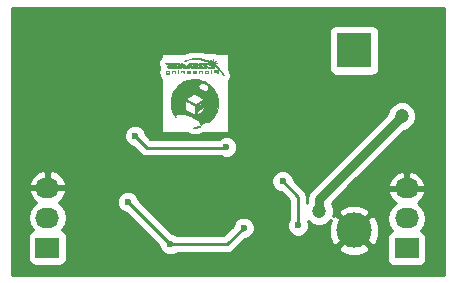
<source format=gbr>
G04 #@! TF.FileFunction,Copper,L2,Bot,Signal*
%FSLAX46Y46*%
G04 Gerber Fmt 4.6, Leading zero omitted, Abs format (unit mm)*
G04 Created by KiCad (PCBNEW 4.0.2-stable) date 9/21/2016 2:53:00 AM*
%MOMM*%
G01*
G04 APERTURE LIST*
%ADD10C,0.100000*%
%ADD11C,0.002540*%
%ADD12C,3.000000*%
%ADD13R,3.000000X3.000000*%
%ADD14R,2.032000X1.727200*%
%ADD15O,2.032000X1.727200*%
%ADD16C,0.600000*%
%ADD17C,1.200000*%
%ADD18C,0.750000*%
%ADD19C,0.250000*%
%ADD20C,0.254000*%
G04 APERTURE END LIST*
D10*
D11*
G36*
X127095060Y-108146780D02*
X127100140Y-108151860D01*
X127123000Y-108154400D01*
X127156020Y-108154400D01*
X127196660Y-108154400D01*
X127244920Y-108154400D01*
X127293180Y-108151860D01*
X127341440Y-108149320D01*
X127382080Y-108144240D01*
X127417640Y-108141700D01*
X127417640Y-108141700D01*
X127498920Y-108123920D01*
X127567500Y-108106140D01*
X127625920Y-108085820D01*
X127671640Y-108062960D01*
X127704660Y-108040100D01*
X127717360Y-108017240D01*
X127719900Y-108012160D01*
X127709740Y-108009620D01*
X127686880Y-108009620D01*
X127651320Y-108012160D01*
X127605600Y-108017240D01*
X127557340Y-108024860D01*
X127504000Y-108032480D01*
X127453200Y-108040100D01*
X127407480Y-108050260D01*
X127369380Y-108057880D01*
X127341440Y-108065500D01*
X127338900Y-108065500D01*
X127308420Y-108075660D01*
X127270320Y-108090900D01*
X127244920Y-108098520D01*
X127206820Y-108111220D01*
X127166180Y-108123920D01*
X127143320Y-108129000D01*
X127117920Y-108136620D01*
X127097600Y-108144240D01*
X127095060Y-108146780D01*
X127095060Y-108146780D01*
X127095060Y-108146780D01*
G37*
X127095060Y-108146780D02*
X127100140Y-108151860D01*
X127123000Y-108154400D01*
X127156020Y-108154400D01*
X127196660Y-108154400D01*
X127244920Y-108154400D01*
X127293180Y-108151860D01*
X127341440Y-108149320D01*
X127382080Y-108144240D01*
X127417640Y-108141700D01*
X127417640Y-108141700D01*
X127498920Y-108123920D01*
X127567500Y-108106140D01*
X127625920Y-108085820D01*
X127671640Y-108062960D01*
X127704660Y-108040100D01*
X127717360Y-108017240D01*
X127719900Y-108012160D01*
X127709740Y-108009620D01*
X127686880Y-108009620D01*
X127651320Y-108012160D01*
X127605600Y-108017240D01*
X127557340Y-108024860D01*
X127504000Y-108032480D01*
X127453200Y-108040100D01*
X127407480Y-108050260D01*
X127369380Y-108057880D01*
X127341440Y-108065500D01*
X127338900Y-108065500D01*
X127308420Y-108075660D01*
X127270320Y-108090900D01*
X127244920Y-108098520D01*
X127206820Y-108111220D01*
X127166180Y-108123920D01*
X127143320Y-108129000D01*
X127117920Y-108136620D01*
X127097600Y-108144240D01*
X127095060Y-108146780D01*
X127095060Y-108146780D01*
G36*
X125215460Y-105990320D02*
X125220540Y-106178280D01*
X125238320Y-106363700D01*
X125276420Y-106546580D01*
X125311980Y-106678660D01*
X125342460Y-106759940D01*
X125380560Y-106848840D01*
X125423740Y-106937740D01*
X125472000Y-107026640D01*
X125522800Y-107107920D01*
X125571060Y-107181580D01*
X125616780Y-107242540D01*
X125629480Y-107255240D01*
X125642180Y-107270480D01*
X125647260Y-107270480D01*
X125642180Y-107265400D01*
X125619320Y-107222220D01*
X125606620Y-107186660D01*
X125606620Y-107156180D01*
X125609160Y-107146020D01*
X125616780Y-107130780D01*
X125616780Y-107125700D01*
X125616780Y-107102840D01*
X125624400Y-107087600D01*
X125632020Y-107085060D01*
X125644720Y-107082520D01*
X125644720Y-107077440D01*
X125654880Y-107062200D01*
X125675200Y-107044420D01*
X125703140Y-107026640D01*
X125736160Y-107008860D01*
X125769180Y-106998700D01*
X125776800Y-106996160D01*
X125812360Y-106986000D01*
X125850460Y-106978380D01*
X125865700Y-106973300D01*
X125891100Y-106970760D01*
X125926660Y-106965680D01*
X125972380Y-106960600D01*
X126023180Y-106955520D01*
X126028260Y-106952980D01*
X126114620Y-106947900D01*
X126200980Y-106950440D01*
X126279720Y-106958060D01*
X126348300Y-106968220D01*
X126381320Y-106978380D01*
X126409260Y-106988540D01*
X126434660Y-106991080D01*
X126439740Y-106991080D01*
X126454980Y-106996160D01*
X126462600Y-106996160D01*
X126462600Y-106615160D01*
X126462600Y-106221460D01*
X126462600Y-106137640D01*
X126462600Y-106061440D01*
X126462600Y-105990320D01*
X126462600Y-105931900D01*
X126465140Y-105883640D01*
X126465140Y-105850620D01*
X126467680Y-105830300D01*
X126467680Y-105830300D01*
X126475300Y-105832840D01*
X126500700Y-105845540D01*
X126536260Y-105865860D01*
X126538800Y-105868400D01*
X126538800Y-105690600D01*
X126538800Y-105690600D01*
X126546420Y-105685520D01*
X126566740Y-105670280D01*
X126599760Y-105647420D01*
X126642940Y-105616940D01*
X126691200Y-105581380D01*
X126719140Y-105563600D01*
X126719140Y-104344400D01*
X126724220Y-104336780D01*
X126742000Y-104326620D01*
X126772480Y-104311380D01*
X126810580Y-104296140D01*
X126851220Y-104278360D01*
X126894400Y-104263120D01*
X126929960Y-104250420D01*
X127044260Y-104222480D01*
X127156020Y-104204700D01*
X127275400Y-104197080D01*
X127313500Y-104197080D01*
X127481140Y-104204700D01*
X127646240Y-104227560D01*
X127801180Y-104265660D01*
X127951040Y-104319000D01*
X128090740Y-104387580D01*
X128217740Y-104468860D01*
X128332040Y-104560300D01*
X128367600Y-104593320D01*
X128441260Y-104672060D01*
X128497140Y-104750800D01*
X128542860Y-104834620D01*
X128545400Y-104839700D01*
X128563180Y-104880340D01*
X128570800Y-104905740D01*
X128570800Y-104915900D01*
X128563180Y-104910820D01*
X128547940Y-104887960D01*
X128532700Y-104860020D01*
X128507300Y-104816840D01*
X128481900Y-104778740D01*
X128459040Y-104750800D01*
X128441260Y-104735560D01*
X128428560Y-104730480D01*
X128423480Y-104740640D01*
X128423480Y-104740640D01*
X128428560Y-104748260D01*
X128431100Y-104745720D01*
X128441260Y-104745720D01*
X128443800Y-104760960D01*
X128443800Y-104786360D01*
X128436180Y-104819380D01*
X128426020Y-104857480D01*
X128420940Y-104870180D01*
X128408240Y-104895580D01*
X128387920Y-104923520D01*
X128367600Y-104946380D01*
X128347280Y-104961620D01*
X128337120Y-104966700D01*
X128324420Y-104969240D01*
X128301560Y-104979400D01*
X128299020Y-104979400D01*
X128258380Y-104994640D01*
X128205040Y-105004800D01*
X128144080Y-105007340D01*
X128078040Y-105007340D01*
X128012000Y-104999720D01*
X127953580Y-104987020D01*
X127938340Y-104984480D01*
X127900240Y-104969240D01*
X127857060Y-104951460D01*
X127816420Y-104933680D01*
X127783400Y-104915900D01*
X127760540Y-104900660D01*
X127752920Y-104895580D01*
X127740220Y-104882880D01*
X127735140Y-104882880D01*
X127724980Y-104875260D01*
X127704660Y-104857480D01*
X127681800Y-104834620D01*
X127658940Y-104806680D01*
X127638620Y-104783820D01*
X127625920Y-104766040D01*
X127625920Y-104758420D01*
X127620840Y-104740640D01*
X127613220Y-104725400D01*
X127600520Y-104700000D01*
X127590360Y-104661900D01*
X127585280Y-104623800D01*
X127582740Y-104588240D01*
X127585280Y-104580620D01*
X127600520Y-104529820D01*
X127625920Y-104479020D01*
X127658940Y-104438380D01*
X127661480Y-104433300D01*
X127684340Y-104415520D01*
X127699580Y-104405360D01*
X127702120Y-104402820D01*
X127714820Y-104400280D01*
X127737680Y-104390120D01*
X127755460Y-104382500D01*
X127788480Y-104369800D01*
X127824040Y-104362180D01*
X127836740Y-104359640D01*
X127864680Y-104357100D01*
X127882460Y-104354560D01*
X127885000Y-104354560D01*
X127900240Y-104352020D01*
X127920560Y-104354560D01*
X127938340Y-104359640D01*
X127943420Y-104367260D01*
X127951040Y-104374880D01*
X127953580Y-104374880D01*
X127961200Y-104372340D01*
X127953580Y-104362180D01*
X127935800Y-104346940D01*
X127910400Y-104334240D01*
X127897700Y-104326620D01*
X127791020Y-104285980D01*
X127669100Y-104255500D01*
X127539560Y-104232640D01*
X127407480Y-104217400D01*
X127277940Y-104214860D01*
X127153480Y-104222480D01*
X127095060Y-104230100D01*
X127049340Y-104237720D01*
X126993460Y-104252960D01*
X126935040Y-104268200D01*
X126874080Y-104288520D01*
X126818200Y-104306300D01*
X126772480Y-104324080D01*
X126749620Y-104334240D01*
X126729300Y-104341860D01*
X126719140Y-104344400D01*
X126719140Y-104344400D01*
X126719140Y-105563600D01*
X126747080Y-105543280D01*
X126808040Y-105502640D01*
X126871540Y-105462000D01*
X126932500Y-105418820D01*
X126993460Y-105378180D01*
X127049340Y-105342620D01*
X127100140Y-105309600D01*
X127143320Y-105281660D01*
X127176340Y-105258800D01*
X127196660Y-105246100D01*
X127204280Y-105243560D01*
X127214440Y-105246100D01*
X127242380Y-105258800D01*
X127283020Y-105279120D01*
X127338900Y-105309600D01*
X127407480Y-105347700D01*
X127488760Y-105390880D01*
X127580200Y-105444220D01*
X127608140Y-105459460D01*
X127686880Y-105505180D01*
X127758000Y-105545820D01*
X127826580Y-105586460D01*
X127885000Y-105619480D01*
X127935800Y-105647420D01*
X127973900Y-105670280D01*
X127999300Y-105685520D01*
X128009460Y-105693140D01*
X128009460Y-105698220D01*
X128004380Y-105705840D01*
X127994220Y-105716000D01*
X127973900Y-105733780D01*
X127943420Y-105754100D01*
X127902780Y-105782040D01*
X127851980Y-105817600D01*
X127788480Y-105860780D01*
X127709740Y-105914120D01*
X127684340Y-105931900D01*
X127613220Y-105977620D01*
X127547180Y-106023340D01*
X127488760Y-106061440D01*
X127437960Y-106097000D01*
X127394780Y-106122400D01*
X127364300Y-106142720D01*
X127346520Y-106155420D01*
X127343980Y-106155420D01*
X127333820Y-106152880D01*
X127310960Y-106140180D01*
X127275400Y-106119860D01*
X127227140Y-106091920D01*
X127168720Y-106058900D01*
X127102680Y-106020800D01*
X127029020Y-105977620D01*
X126950280Y-105934440D01*
X126940120Y-105929360D01*
X126861380Y-105883640D01*
X126787720Y-105840460D01*
X126721680Y-105799820D01*
X126660720Y-105766800D01*
X126612460Y-105736320D01*
X126574360Y-105713460D01*
X126548960Y-105698220D01*
X126538800Y-105690600D01*
X126538800Y-105868400D01*
X126584520Y-105893800D01*
X126642940Y-105926820D01*
X126708980Y-105964920D01*
X126782640Y-106005560D01*
X126861380Y-106051280D01*
X126871540Y-106056360D01*
X127267780Y-106284960D01*
X127267780Y-106676120D01*
X127267780Y-106772640D01*
X127267780Y-106851380D01*
X127267780Y-106914880D01*
X127267780Y-106965680D01*
X127267780Y-107003780D01*
X127265240Y-107029180D01*
X127262700Y-107046960D01*
X127260160Y-107057120D01*
X127257620Y-107062200D01*
X127255080Y-107064740D01*
X127252540Y-107062200D01*
X127239840Y-107057120D01*
X127214440Y-107041880D01*
X127176340Y-107021560D01*
X127125540Y-106993620D01*
X127067120Y-106960600D01*
X126998540Y-106922500D01*
X126924880Y-106879320D01*
X126848680Y-106836140D01*
X126462600Y-106615160D01*
X126462600Y-106996160D01*
X126485460Y-107003780D01*
X126523560Y-107016480D01*
X126551500Y-107026640D01*
X126597220Y-107041880D01*
X126640400Y-107057120D01*
X126675960Y-107069820D01*
X126691200Y-107074900D01*
X126719140Y-107085060D01*
X126736920Y-107095220D01*
X126742000Y-107097760D01*
X126752160Y-107105380D01*
X126757240Y-107105380D01*
X126772480Y-107110460D01*
X126802960Y-107120620D01*
X126841060Y-107138400D01*
X126889320Y-107161260D01*
X126942660Y-107189200D01*
X126998540Y-107217140D01*
X127051880Y-107247620D01*
X127105220Y-107275560D01*
X127112840Y-107280640D01*
X127166180Y-107308580D01*
X127201740Y-107331440D01*
X127229680Y-107346680D01*
X127252540Y-107356840D01*
X127270320Y-107364460D01*
X127285560Y-107372080D01*
X127305880Y-107379700D01*
X127328740Y-107384780D01*
X127364300Y-107397480D01*
X127394780Y-107407640D01*
X127412560Y-107415260D01*
X127415100Y-107415260D01*
X127417640Y-107417800D01*
X127417640Y-106711680D01*
X127417640Y-106676120D01*
X127417640Y-106579600D01*
X127420180Y-106500860D01*
X127420180Y-106437360D01*
X127420180Y-106389100D01*
X127420180Y-106351000D01*
X127422720Y-106323060D01*
X127425260Y-106302740D01*
X127427800Y-106290040D01*
X127430340Y-106282420D01*
X127435420Y-106277340D01*
X127435420Y-106277340D01*
X127445580Y-106269720D01*
X127470980Y-106251940D01*
X127506540Y-106226540D01*
X127552260Y-106196060D01*
X127603060Y-106160500D01*
X127661480Y-106122400D01*
X127722440Y-106081760D01*
X127783400Y-106041120D01*
X127844360Y-106000480D01*
X127902780Y-105962380D01*
X127953580Y-105926820D01*
X127999300Y-105898880D01*
X128032320Y-105876020D01*
X128057720Y-105860780D01*
X128060260Y-105858240D01*
X128093280Y-105837920D01*
X128093280Y-106190980D01*
X128093280Y-106284960D01*
X128093280Y-106363700D01*
X128093280Y-106424660D01*
X128090740Y-106470380D01*
X128090740Y-106503400D01*
X128088200Y-106523720D01*
X128085660Y-106533880D01*
X128083120Y-106533880D01*
X128062800Y-106523720D01*
X128037400Y-106528800D01*
X128017080Y-106544040D01*
X127999300Y-106569440D01*
X127991680Y-106599920D01*
X127991680Y-106605000D01*
X127996760Y-106632940D01*
X128009460Y-106645640D01*
X128019620Y-106643100D01*
X128019620Y-106597380D01*
X128024700Y-106584680D01*
X128032320Y-106571980D01*
X128047560Y-106561820D01*
X128052640Y-106566900D01*
X128050100Y-106579600D01*
X128042480Y-106589760D01*
X128027240Y-106602460D01*
X128019620Y-106597380D01*
X128019620Y-106643100D01*
X128029780Y-106640560D01*
X128052640Y-106622780D01*
X128072960Y-106597380D01*
X128085660Y-106579600D01*
X128093280Y-106574520D01*
X128093280Y-106584680D01*
X128093280Y-106592300D01*
X128093280Y-106599920D01*
X128088200Y-106607540D01*
X128078040Y-106617700D01*
X128062800Y-106630400D01*
X128037400Y-106650720D01*
X128004380Y-106673580D01*
X127961200Y-106704060D01*
X127905320Y-106742160D01*
X127836740Y-106787880D01*
X127763080Y-106836140D01*
X127694500Y-106884400D01*
X127628460Y-106927580D01*
X127567500Y-106965680D01*
X127516700Y-106998700D01*
X127476060Y-107026640D01*
X127445580Y-107044420D01*
X127427800Y-107057120D01*
X127425260Y-107057120D01*
X127425260Y-107049500D01*
X127422720Y-107024100D01*
X127422720Y-106983460D01*
X127420180Y-106927580D01*
X127420180Y-106864080D01*
X127420180Y-106790420D01*
X127417640Y-106711680D01*
X127417640Y-107417800D01*
X127435420Y-107422880D01*
X127463360Y-107433040D01*
X127470980Y-107435580D01*
X127498920Y-107448280D01*
X127526860Y-107463520D01*
X127549720Y-107481300D01*
X127564960Y-107499080D01*
X127570040Y-107506700D01*
X127575120Y-107516860D01*
X127587820Y-107527020D01*
X127603060Y-107542260D01*
X127605600Y-107549880D01*
X127613220Y-107565120D01*
X127625920Y-107577820D01*
X127638620Y-107600680D01*
X127643700Y-107618460D01*
X127646240Y-107633700D01*
X127653860Y-107638780D01*
X127661480Y-107646400D01*
X127669100Y-107664180D01*
X127674180Y-107681960D01*
X127681800Y-107687040D01*
X127689420Y-107694660D01*
X127699580Y-107714980D01*
X127709740Y-107737840D01*
X127717360Y-107760700D01*
X127719900Y-107770860D01*
X127722440Y-107786100D01*
X127727520Y-107788640D01*
X127737680Y-107798800D01*
X127742760Y-107814040D01*
X127750380Y-107831820D01*
X127755460Y-107836900D01*
X127763080Y-107844520D01*
X127770700Y-107859760D01*
X127778320Y-107877540D01*
X127788480Y-107882620D01*
X127793560Y-107877540D01*
X127793560Y-107872460D01*
X127796100Y-107864840D01*
X127806260Y-107872460D01*
X127821500Y-107882620D01*
X127834200Y-107875000D01*
X127841820Y-107859760D01*
X127854520Y-107839440D01*
X127864680Y-107839440D01*
X127872300Y-107849600D01*
X127879920Y-107854680D01*
X127885000Y-107852140D01*
X127885000Y-107841980D01*
X127879920Y-107839440D01*
X127869760Y-107831820D01*
X127877380Y-107819120D01*
X127902780Y-107806420D01*
X127912940Y-107803880D01*
X127961200Y-107778480D01*
X128012000Y-107742920D01*
X128057720Y-107702280D01*
X128083120Y-107681960D01*
X128105980Y-107666720D01*
X128133920Y-107654020D01*
X128169480Y-107646400D01*
X128215200Y-107638780D01*
X128266000Y-107631160D01*
X128319340Y-107628620D01*
X128359980Y-107628620D01*
X128385380Y-107633700D01*
X128395540Y-107646400D01*
X128400620Y-107656560D01*
X128418400Y-107654020D01*
X128448880Y-107636240D01*
X128466660Y-107623540D01*
X128514920Y-107585440D01*
X128558100Y-107549880D01*
X128601280Y-107511780D01*
X128644460Y-107471140D01*
X128690180Y-107422880D01*
X128743520Y-107367000D01*
X128804480Y-107295880D01*
X128812100Y-107288260D01*
X128837500Y-107255240D01*
X128867980Y-107212060D01*
X128903540Y-107158720D01*
X128941640Y-107100300D01*
X128977200Y-107041880D01*
X129010220Y-106986000D01*
X129035620Y-106937740D01*
X129038160Y-106932660D01*
X129111820Y-106770100D01*
X129167700Y-106602460D01*
X129208340Y-106427200D01*
X129231200Y-106246860D01*
X129238820Y-106056360D01*
X129238820Y-106038580D01*
X129233740Y-105858240D01*
X129213420Y-105688060D01*
X129180400Y-105528040D01*
X129134680Y-105373100D01*
X129073720Y-105220700D01*
X129017840Y-105108940D01*
X128928940Y-104959080D01*
X128822260Y-104811760D01*
X128702880Y-104672060D01*
X128570800Y-104545060D01*
X128431100Y-104428220D01*
X128283780Y-104326620D01*
X128253300Y-104306300D01*
X128088200Y-104219940D01*
X127915480Y-104146280D01*
X127735140Y-104092940D01*
X127552260Y-104054840D01*
X127366840Y-104031980D01*
X127178880Y-104029440D01*
X126993460Y-104042140D01*
X126808040Y-104070080D01*
X126627700Y-104118340D01*
X126452440Y-104181840D01*
X126353380Y-104225020D01*
X126193360Y-104313920D01*
X126038420Y-104420600D01*
X125888560Y-104542520D01*
X125746320Y-104682220D01*
X125616780Y-104832080D01*
X125591380Y-104867640D01*
X125558360Y-104913360D01*
X125525340Y-104966700D01*
X125489780Y-105020040D01*
X125459300Y-105073380D01*
X125441520Y-105106400D01*
X125365320Y-105271500D01*
X125304360Y-105441680D01*
X125258640Y-105622020D01*
X125228160Y-105804900D01*
X125215460Y-105990320D01*
X125215460Y-105990320D01*
X125215460Y-105990320D01*
G37*
X125215460Y-105990320D02*
X125220540Y-106178280D01*
X125238320Y-106363700D01*
X125276420Y-106546580D01*
X125311980Y-106678660D01*
X125342460Y-106759940D01*
X125380560Y-106848840D01*
X125423740Y-106937740D01*
X125472000Y-107026640D01*
X125522800Y-107107920D01*
X125571060Y-107181580D01*
X125616780Y-107242540D01*
X125629480Y-107255240D01*
X125642180Y-107270480D01*
X125647260Y-107270480D01*
X125642180Y-107265400D01*
X125619320Y-107222220D01*
X125606620Y-107186660D01*
X125606620Y-107156180D01*
X125609160Y-107146020D01*
X125616780Y-107130780D01*
X125616780Y-107125700D01*
X125616780Y-107102840D01*
X125624400Y-107087600D01*
X125632020Y-107085060D01*
X125644720Y-107082520D01*
X125644720Y-107077440D01*
X125654880Y-107062200D01*
X125675200Y-107044420D01*
X125703140Y-107026640D01*
X125736160Y-107008860D01*
X125769180Y-106998700D01*
X125776800Y-106996160D01*
X125812360Y-106986000D01*
X125850460Y-106978380D01*
X125865700Y-106973300D01*
X125891100Y-106970760D01*
X125926660Y-106965680D01*
X125972380Y-106960600D01*
X126023180Y-106955520D01*
X126028260Y-106952980D01*
X126114620Y-106947900D01*
X126200980Y-106950440D01*
X126279720Y-106958060D01*
X126348300Y-106968220D01*
X126381320Y-106978380D01*
X126409260Y-106988540D01*
X126434660Y-106991080D01*
X126439740Y-106991080D01*
X126454980Y-106996160D01*
X126462600Y-106996160D01*
X126462600Y-106615160D01*
X126462600Y-106221460D01*
X126462600Y-106137640D01*
X126462600Y-106061440D01*
X126462600Y-105990320D01*
X126462600Y-105931900D01*
X126465140Y-105883640D01*
X126465140Y-105850620D01*
X126467680Y-105830300D01*
X126467680Y-105830300D01*
X126475300Y-105832840D01*
X126500700Y-105845540D01*
X126536260Y-105865860D01*
X126538800Y-105868400D01*
X126538800Y-105690600D01*
X126538800Y-105690600D01*
X126546420Y-105685520D01*
X126566740Y-105670280D01*
X126599760Y-105647420D01*
X126642940Y-105616940D01*
X126691200Y-105581380D01*
X126719140Y-105563600D01*
X126719140Y-104344400D01*
X126724220Y-104336780D01*
X126742000Y-104326620D01*
X126772480Y-104311380D01*
X126810580Y-104296140D01*
X126851220Y-104278360D01*
X126894400Y-104263120D01*
X126929960Y-104250420D01*
X127044260Y-104222480D01*
X127156020Y-104204700D01*
X127275400Y-104197080D01*
X127313500Y-104197080D01*
X127481140Y-104204700D01*
X127646240Y-104227560D01*
X127801180Y-104265660D01*
X127951040Y-104319000D01*
X128090740Y-104387580D01*
X128217740Y-104468860D01*
X128332040Y-104560300D01*
X128367600Y-104593320D01*
X128441260Y-104672060D01*
X128497140Y-104750800D01*
X128542860Y-104834620D01*
X128545400Y-104839700D01*
X128563180Y-104880340D01*
X128570800Y-104905740D01*
X128570800Y-104915900D01*
X128563180Y-104910820D01*
X128547940Y-104887960D01*
X128532700Y-104860020D01*
X128507300Y-104816840D01*
X128481900Y-104778740D01*
X128459040Y-104750800D01*
X128441260Y-104735560D01*
X128428560Y-104730480D01*
X128423480Y-104740640D01*
X128423480Y-104740640D01*
X128428560Y-104748260D01*
X128431100Y-104745720D01*
X128441260Y-104745720D01*
X128443800Y-104760960D01*
X128443800Y-104786360D01*
X128436180Y-104819380D01*
X128426020Y-104857480D01*
X128420940Y-104870180D01*
X128408240Y-104895580D01*
X128387920Y-104923520D01*
X128367600Y-104946380D01*
X128347280Y-104961620D01*
X128337120Y-104966700D01*
X128324420Y-104969240D01*
X128301560Y-104979400D01*
X128299020Y-104979400D01*
X128258380Y-104994640D01*
X128205040Y-105004800D01*
X128144080Y-105007340D01*
X128078040Y-105007340D01*
X128012000Y-104999720D01*
X127953580Y-104987020D01*
X127938340Y-104984480D01*
X127900240Y-104969240D01*
X127857060Y-104951460D01*
X127816420Y-104933680D01*
X127783400Y-104915900D01*
X127760540Y-104900660D01*
X127752920Y-104895580D01*
X127740220Y-104882880D01*
X127735140Y-104882880D01*
X127724980Y-104875260D01*
X127704660Y-104857480D01*
X127681800Y-104834620D01*
X127658940Y-104806680D01*
X127638620Y-104783820D01*
X127625920Y-104766040D01*
X127625920Y-104758420D01*
X127620840Y-104740640D01*
X127613220Y-104725400D01*
X127600520Y-104700000D01*
X127590360Y-104661900D01*
X127585280Y-104623800D01*
X127582740Y-104588240D01*
X127585280Y-104580620D01*
X127600520Y-104529820D01*
X127625920Y-104479020D01*
X127658940Y-104438380D01*
X127661480Y-104433300D01*
X127684340Y-104415520D01*
X127699580Y-104405360D01*
X127702120Y-104402820D01*
X127714820Y-104400280D01*
X127737680Y-104390120D01*
X127755460Y-104382500D01*
X127788480Y-104369800D01*
X127824040Y-104362180D01*
X127836740Y-104359640D01*
X127864680Y-104357100D01*
X127882460Y-104354560D01*
X127885000Y-104354560D01*
X127900240Y-104352020D01*
X127920560Y-104354560D01*
X127938340Y-104359640D01*
X127943420Y-104367260D01*
X127951040Y-104374880D01*
X127953580Y-104374880D01*
X127961200Y-104372340D01*
X127953580Y-104362180D01*
X127935800Y-104346940D01*
X127910400Y-104334240D01*
X127897700Y-104326620D01*
X127791020Y-104285980D01*
X127669100Y-104255500D01*
X127539560Y-104232640D01*
X127407480Y-104217400D01*
X127277940Y-104214860D01*
X127153480Y-104222480D01*
X127095060Y-104230100D01*
X127049340Y-104237720D01*
X126993460Y-104252960D01*
X126935040Y-104268200D01*
X126874080Y-104288520D01*
X126818200Y-104306300D01*
X126772480Y-104324080D01*
X126749620Y-104334240D01*
X126729300Y-104341860D01*
X126719140Y-104344400D01*
X126719140Y-104344400D01*
X126719140Y-105563600D01*
X126747080Y-105543280D01*
X126808040Y-105502640D01*
X126871540Y-105462000D01*
X126932500Y-105418820D01*
X126993460Y-105378180D01*
X127049340Y-105342620D01*
X127100140Y-105309600D01*
X127143320Y-105281660D01*
X127176340Y-105258800D01*
X127196660Y-105246100D01*
X127204280Y-105243560D01*
X127214440Y-105246100D01*
X127242380Y-105258800D01*
X127283020Y-105279120D01*
X127338900Y-105309600D01*
X127407480Y-105347700D01*
X127488760Y-105390880D01*
X127580200Y-105444220D01*
X127608140Y-105459460D01*
X127686880Y-105505180D01*
X127758000Y-105545820D01*
X127826580Y-105586460D01*
X127885000Y-105619480D01*
X127935800Y-105647420D01*
X127973900Y-105670280D01*
X127999300Y-105685520D01*
X128009460Y-105693140D01*
X128009460Y-105698220D01*
X128004380Y-105705840D01*
X127994220Y-105716000D01*
X127973900Y-105733780D01*
X127943420Y-105754100D01*
X127902780Y-105782040D01*
X127851980Y-105817600D01*
X127788480Y-105860780D01*
X127709740Y-105914120D01*
X127684340Y-105931900D01*
X127613220Y-105977620D01*
X127547180Y-106023340D01*
X127488760Y-106061440D01*
X127437960Y-106097000D01*
X127394780Y-106122400D01*
X127364300Y-106142720D01*
X127346520Y-106155420D01*
X127343980Y-106155420D01*
X127333820Y-106152880D01*
X127310960Y-106140180D01*
X127275400Y-106119860D01*
X127227140Y-106091920D01*
X127168720Y-106058900D01*
X127102680Y-106020800D01*
X127029020Y-105977620D01*
X126950280Y-105934440D01*
X126940120Y-105929360D01*
X126861380Y-105883640D01*
X126787720Y-105840460D01*
X126721680Y-105799820D01*
X126660720Y-105766800D01*
X126612460Y-105736320D01*
X126574360Y-105713460D01*
X126548960Y-105698220D01*
X126538800Y-105690600D01*
X126538800Y-105868400D01*
X126584520Y-105893800D01*
X126642940Y-105926820D01*
X126708980Y-105964920D01*
X126782640Y-106005560D01*
X126861380Y-106051280D01*
X126871540Y-106056360D01*
X127267780Y-106284960D01*
X127267780Y-106676120D01*
X127267780Y-106772640D01*
X127267780Y-106851380D01*
X127267780Y-106914880D01*
X127267780Y-106965680D01*
X127267780Y-107003780D01*
X127265240Y-107029180D01*
X127262700Y-107046960D01*
X127260160Y-107057120D01*
X127257620Y-107062200D01*
X127255080Y-107064740D01*
X127252540Y-107062200D01*
X127239840Y-107057120D01*
X127214440Y-107041880D01*
X127176340Y-107021560D01*
X127125540Y-106993620D01*
X127067120Y-106960600D01*
X126998540Y-106922500D01*
X126924880Y-106879320D01*
X126848680Y-106836140D01*
X126462600Y-106615160D01*
X126462600Y-106996160D01*
X126485460Y-107003780D01*
X126523560Y-107016480D01*
X126551500Y-107026640D01*
X126597220Y-107041880D01*
X126640400Y-107057120D01*
X126675960Y-107069820D01*
X126691200Y-107074900D01*
X126719140Y-107085060D01*
X126736920Y-107095220D01*
X126742000Y-107097760D01*
X126752160Y-107105380D01*
X126757240Y-107105380D01*
X126772480Y-107110460D01*
X126802960Y-107120620D01*
X126841060Y-107138400D01*
X126889320Y-107161260D01*
X126942660Y-107189200D01*
X126998540Y-107217140D01*
X127051880Y-107247620D01*
X127105220Y-107275560D01*
X127112840Y-107280640D01*
X127166180Y-107308580D01*
X127201740Y-107331440D01*
X127229680Y-107346680D01*
X127252540Y-107356840D01*
X127270320Y-107364460D01*
X127285560Y-107372080D01*
X127305880Y-107379700D01*
X127328740Y-107384780D01*
X127364300Y-107397480D01*
X127394780Y-107407640D01*
X127412560Y-107415260D01*
X127415100Y-107415260D01*
X127417640Y-107417800D01*
X127417640Y-106711680D01*
X127417640Y-106676120D01*
X127417640Y-106579600D01*
X127420180Y-106500860D01*
X127420180Y-106437360D01*
X127420180Y-106389100D01*
X127420180Y-106351000D01*
X127422720Y-106323060D01*
X127425260Y-106302740D01*
X127427800Y-106290040D01*
X127430340Y-106282420D01*
X127435420Y-106277340D01*
X127435420Y-106277340D01*
X127445580Y-106269720D01*
X127470980Y-106251940D01*
X127506540Y-106226540D01*
X127552260Y-106196060D01*
X127603060Y-106160500D01*
X127661480Y-106122400D01*
X127722440Y-106081760D01*
X127783400Y-106041120D01*
X127844360Y-106000480D01*
X127902780Y-105962380D01*
X127953580Y-105926820D01*
X127999300Y-105898880D01*
X128032320Y-105876020D01*
X128057720Y-105860780D01*
X128060260Y-105858240D01*
X128093280Y-105837920D01*
X128093280Y-106190980D01*
X128093280Y-106284960D01*
X128093280Y-106363700D01*
X128093280Y-106424660D01*
X128090740Y-106470380D01*
X128090740Y-106503400D01*
X128088200Y-106523720D01*
X128085660Y-106533880D01*
X128083120Y-106533880D01*
X128062800Y-106523720D01*
X128037400Y-106528800D01*
X128017080Y-106544040D01*
X127999300Y-106569440D01*
X127991680Y-106599920D01*
X127991680Y-106605000D01*
X127996760Y-106632940D01*
X128009460Y-106645640D01*
X128019620Y-106643100D01*
X128019620Y-106597380D01*
X128024700Y-106584680D01*
X128032320Y-106571980D01*
X128047560Y-106561820D01*
X128052640Y-106566900D01*
X128050100Y-106579600D01*
X128042480Y-106589760D01*
X128027240Y-106602460D01*
X128019620Y-106597380D01*
X128019620Y-106643100D01*
X128029780Y-106640560D01*
X128052640Y-106622780D01*
X128072960Y-106597380D01*
X128085660Y-106579600D01*
X128093280Y-106574520D01*
X128093280Y-106584680D01*
X128093280Y-106592300D01*
X128093280Y-106599920D01*
X128088200Y-106607540D01*
X128078040Y-106617700D01*
X128062800Y-106630400D01*
X128037400Y-106650720D01*
X128004380Y-106673580D01*
X127961200Y-106704060D01*
X127905320Y-106742160D01*
X127836740Y-106787880D01*
X127763080Y-106836140D01*
X127694500Y-106884400D01*
X127628460Y-106927580D01*
X127567500Y-106965680D01*
X127516700Y-106998700D01*
X127476060Y-107026640D01*
X127445580Y-107044420D01*
X127427800Y-107057120D01*
X127425260Y-107057120D01*
X127425260Y-107049500D01*
X127422720Y-107024100D01*
X127422720Y-106983460D01*
X127420180Y-106927580D01*
X127420180Y-106864080D01*
X127420180Y-106790420D01*
X127417640Y-106711680D01*
X127417640Y-107417800D01*
X127435420Y-107422880D01*
X127463360Y-107433040D01*
X127470980Y-107435580D01*
X127498920Y-107448280D01*
X127526860Y-107463520D01*
X127549720Y-107481300D01*
X127564960Y-107499080D01*
X127570040Y-107506700D01*
X127575120Y-107516860D01*
X127587820Y-107527020D01*
X127603060Y-107542260D01*
X127605600Y-107549880D01*
X127613220Y-107565120D01*
X127625920Y-107577820D01*
X127638620Y-107600680D01*
X127643700Y-107618460D01*
X127646240Y-107633700D01*
X127653860Y-107638780D01*
X127661480Y-107646400D01*
X127669100Y-107664180D01*
X127674180Y-107681960D01*
X127681800Y-107687040D01*
X127689420Y-107694660D01*
X127699580Y-107714980D01*
X127709740Y-107737840D01*
X127717360Y-107760700D01*
X127719900Y-107770860D01*
X127722440Y-107786100D01*
X127727520Y-107788640D01*
X127737680Y-107798800D01*
X127742760Y-107814040D01*
X127750380Y-107831820D01*
X127755460Y-107836900D01*
X127763080Y-107844520D01*
X127770700Y-107859760D01*
X127778320Y-107877540D01*
X127788480Y-107882620D01*
X127793560Y-107877540D01*
X127793560Y-107872460D01*
X127796100Y-107864840D01*
X127806260Y-107872460D01*
X127821500Y-107882620D01*
X127834200Y-107875000D01*
X127841820Y-107859760D01*
X127854520Y-107839440D01*
X127864680Y-107839440D01*
X127872300Y-107849600D01*
X127879920Y-107854680D01*
X127885000Y-107852140D01*
X127885000Y-107841980D01*
X127879920Y-107839440D01*
X127869760Y-107831820D01*
X127877380Y-107819120D01*
X127902780Y-107806420D01*
X127912940Y-107803880D01*
X127961200Y-107778480D01*
X128012000Y-107742920D01*
X128057720Y-107702280D01*
X128083120Y-107681960D01*
X128105980Y-107666720D01*
X128133920Y-107654020D01*
X128169480Y-107646400D01*
X128215200Y-107638780D01*
X128266000Y-107631160D01*
X128319340Y-107628620D01*
X128359980Y-107628620D01*
X128385380Y-107633700D01*
X128395540Y-107646400D01*
X128400620Y-107656560D01*
X128418400Y-107654020D01*
X128448880Y-107636240D01*
X128466660Y-107623540D01*
X128514920Y-107585440D01*
X128558100Y-107549880D01*
X128601280Y-107511780D01*
X128644460Y-107471140D01*
X128690180Y-107422880D01*
X128743520Y-107367000D01*
X128804480Y-107295880D01*
X128812100Y-107288260D01*
X128837500Y-107255240D01*
X128867980Y-107212060D01*
X128903540Y-107158720D01*
X128941640Y-107100300D01*
X128977200Y-107041880D01*
X129010220Y-106986000D01*
X129035620Y-106937740D01*
X129038160Y-106932660D01*
X129111820Y-106770100D01*
X129167700Y-106602460D01*
X129208340Y-106427200D01*
X129231200Y-106246860D01*
X129238820Y-106056360D01*
X129238820Y-106038580D01*
X129233740Y-105858240D01*
X129213420Y-105688060D01*
X129180400Y-105528040D01*
X129134680Y-105373100D01*
X129073720Y-105220700D01*
X129017840Y-105108940D01*
X128928940Y-104959080D01*
X128822260Y-104811760D01*
X128702880Y-104672060D01*
X128570800Y-104545060D01*
X128431100Y-104428220D01*
X128283780Y-104326620D01*
X128253300Y-104306300D01*
X128088200Y-104219940D01*
X127915480Y-104146280D01*
X127735140Y-104092940D01*
X127552260Y-104054840D01*
X127366840Y-104031980D01*
X127178880Y-104029440D01*
X126993460Y-104042140D01*
X126808040Y-104070080D01*
X126627700Y-104118340D01*
X126452440Y-104181840D01*
X126353380Y-104225020D01*
X126193360Y-104313920D01*
X126038420Y-104420600D01*
X125888560Y-104542520D01*
X125746320Y-104682220D01*
X125616780Y-104832080D01*
X125591380Y-104867640D01*
X125558360Y-104913360D01*
X125525340Y-104966700D01*
X125489780Y-105020040D01*
X125459300Y-105073380D01*
X125441520Y-105106400D01*
X125365320Y-105271500D01*
X125304360Y-105441680D01*
X125258640Y-105622020D01*
X125228160Y-105804900D01*
X125215460Y-105990320D01*
X125215460Y-105990320D01*
G36*
X126361000Y-102487660D02*
X126373700Y-102485120D01*
X126401640Y-102477500D01*
X126434660Y-102464800D01*
X126630240Y-102408920D01*
X126833440Y-102365740D01*
X127041720Y-102340340D01*
X127255080Y-102330180D01*
X127470980Y-102337800D01*
X127684340Y-102358120D01*
X127836740Y-102386060D01*
X127996760Y-102424160D01*
X128159320Y-102472420D01*
X128319340Y-102530840D01*
X128471740Y-102594340D01*
X128558100Y-102637520D01*
X128613980Y-102668000D01*
X128410780Y-102668000D01*
X128332040Y-102668000D01*
X128273620Y-102670540D01*
X128232980Y-102670540D01*
X128210120Y-102675620D01*
X128207580Y-102678160D01*
X128210120Y-102693400D01*
X128220280Y-102713720D01*
X128220280Y-102716260D01*
X128235520Y-102741660D01*
X128390460Y-102741660D01*
X128441260Y-102744200D01*
X128486980Y-102744200D01*
X128520000Y-102746740D01*
X128540320Y-102749280D01*
X128545400Y-102749280D01*
X128537780Y-102756900D01*
X128514920Y-102769600D01*
X128489520Y-102784840D01*
X128461580Y-102800080D01*
X128441260Y-102810240D01*
X128436180Y-102815320D01*
X128446340Y-102815320D01*
X128469200Y-102812780D01*
X128502220Y-102807700D01*
X128512380Y-102805160D01*
X128547940Y-102797540D01*
X128575880Y-102792460D01*
X128591120Y-102789920D01*
X128591120Y-102789920D01*
X128598740Y-102797540D01*
X128611440Y-102817860D01*
X128621600Y-102838180D01*
X128644460Y-102886440D01*
X128621600Y-102944860D01*
X128596200Y-103005820D01*
X128476820Y-103005820D01*
X128420940Y-103005820D01*
X128382840Y-103008360D01*
X128362520Y-103013440D01*
X128357440Y-103015980D01*
X128359980Y-103028680D01*
X128370140Y-103051540D01*
X128370140Y-103051540D01*
X128385380Y-103079480D01*
X128603820Y-103079480D01*
X128608900Y-103079480D01*
X128608900Y-103005820D01*
X128634300Y-102967720D01*
X128662240Y-102932160D01*
X128669860Y-102955020D01*
X128672400Y-102980420D01*
X128657160Y-102998200D01*
X128631760Y-103005820D01*
X128608900Y-103005820D01*
X128608900Y-103079480D01*
X128690180Y-103079480D01*
X128758760Y-103076940D01*
X128809560Y-103074400D01*
X128842580Y-103071860D01*
X128852740Y-103069320D01*
X128885760Y-103046460D01*
X128906080Y-103015980D01*
X128916240Y-102972800D01*
X128913700Y-102927080D01*
X128898460Y-102876280D01*
X128893380Y-102866120D01*
X128883220Y-102843260D01*
X128878140Y-102828020D01*
X128880680Y-102828020D01*
X128890840Y-102833100D01*
X128916240Y-102848340D01*
X128946720Y-102873740D01*
X128987360Y-102901680D01*
X129030540Y-102937240D01*
X129073720Y-102972800D01*
X129116900Y-103008360D01*
X129157540Y-103041380D01*
X129165160Y-103049000D01*
X129276920Y-103155680D01*
X129386140Y-103272520D01*
X129490280Y-103399520D01*
X129586800Y-103529060D01*
X129668080Y-103658600D01*
X129685860Y-103686540D01*
X129698560Y-103706860D01*
X129706180Y-103714480D01*
X129706180Y-103714480D01*
X129703640Y-103701780D01*
X129690940Y-103673840D01*
X129673160Y-103638280D01*
X129650300Y-103595100D01*
X129622360Y-103546840D01*
X129594420Y-103501120D01*
X129569020Y-103452860D01*
X129543620Y-103412220D01*
X129533460Y-103396980D01*
X129447100Y-103277600D01*
X129350580Y-103155680D01*
X129243900Y-103036300D01*
X129132140Y-102924540D01*
X129017840Y-102825480D01*
X128989900Y-102802620D01*
X128898460Y-102728960D01*
X128972120Y-102718800D01*
X129017840Y-102711180D01*
X129063560Y-102706100D01*
X129101660Y-102701020D01*
X129129600Y-102695940D01*
X129142300Y-102693400D01*
X129139760Y-102688320D01*
X129121980Y-102683240D01*
X129086420Y-102678160D01*
X129033080Y-102670540D01*
X129005140Y-102668000D01*
X128964500Y-102662920D01*
X128928940Y-102657840D01*
X128906080Y-102652760D01*
X128895920Y-102650220D01*
X128901000Y-102642600D01*
X128916240Y-102622280D01*
X128941640Y-102594340D01*
X128972120Y-102561320D01*
X128982280Y-102551160D01*
X129012760Y-102515600D01*
X129038160Y-102487660D01*
X129055940Y-102464800D01*
X129066100Y-102454640D01*
X129066100Y-102454640D01*
X129055940Y-102457180D01*
X129035620Y-102469880D01*
X129005140Y-102487660D01*
X128984820Y-102500360D01*
X128946720Y-102525760D01*
X128911160Y-102548620D01*
X128880680Y-102566400D01*
X128873060Y-102571480D01*
X128837500Y-102591800D01*
X128842580Y-102459720D01*
X128845120Y-102325100D01*
X128807020Y-102449560D01*
X128791780Y-102495280D01*
X128779080Y-102530840D01*
X128768920Y-102558780D01*
X128761300Y-102574020D01*
X128761300Y-102574020D01*
X128753680Y-102566400D01*
X128738440Y-102546080D01*
X128715580Y-102518140D01*
X128687640Y-102482580D01*
X128685100Y-102480040D01*
X128649540Y-102431780D01*
X128621600Y-102398760D01*
X128606360Y-102378440D01*
X128598740Y-102373360D01*
X128596200Y-102378440D01*
X128603820Y-102398760D01*
X128606360Y-102401300D01*
X128619060Y-102431780D01*
X128631760Y-102467340D01*
X128647000Y-102505440D01*
X128659700Y-102538460D01*
X128667320Y-102566400D01*
X128672400Y-102581640D01*
X128672400Y-102584180D01*
X128662240Y-102579100D01*
X128641920Y-102568940D01*
X128611440Y-102553700D01*
X128608900Y-102551160D01*
X128474280Y-102485120D01*
X128326960Y-102424160D01*
X128169480Y-102370820D01*
X128006920Y-102325100D01*
X127846900Y-102289540D01*
X127765620Y-102276840D01*
X127714820Y-102269220D01*
X127648780Y-102266680D01*
X127572580Y-102261600D01*
X127488760Y-102259060D01*
X127402400Y-102259060D01*
X127318580Y-102259060D01*
X127237300Y-102261600D01*
X127168720Y-102264140D01*
X127110300Y-102269220D01*
X127084900Y-102271760D01*
X126978220Y-102289540D01*
X126869000Y-102312400D01*
X126762320Y-102340340D01*
X126658180Y-102368280D01*
X126561660Y-102398760D01*
X126475300Y-102431780D01*
X126404180Y-102462260D01*
X126381320Y-102474960D01*
X126363540Y-102485120D01*
X126361000Y-102487660D01*
X126361000Y-102487660D01*
X126361000Y-102487660D01*
G37*
X126361000Y-102487660D02*
X126373700Y-102485120D01*
X126401640Y-102477500D01*
X126434660Y-102464800D01*
X126630240Y-102408920D01*
X126833440Y-102365740D01*
X127041720Y-102340340D01*
X127255080Y-102330180D01*
X127470980Y-102337800D01*
X127684340Y-102358120D01*
X127836740Y-102386060D01*
X127996760Y-102424160D01*
X128159320Y-102472420D01*
X128319340Y-102530840D01*
X128471740Y-102594340D01*
X128558100Y-102637520D01*
X128613980Y-102668000D01*
X128410780Y-102668000D01*
X128332040Y-102668000D01*
X128273620Y-102670540D01*
X128232980Y-102670540D01*
X128210120Y-102675620D01*
X128207580Y-102678160D01*
X128210120Y-102693400D01*
X128220280Y-102713720D01*
X128220280Y-102716260D01*
X128235520Y-102741660D01*
X128390460Y-102741660D01*
X128441260Y-102744200D01*
X128486980Y-102744200D01*
X128520000Y-102746740D01*
X128540320Y-102749280D01*
X128545400Y-102749280D01*
X128537780Y-102756900D01*
X128514920Y-102769600D01*
X128489520Y-102784840D01*
X128461580Y-102800080D01*
X128441260Y-102810240D01*
X128436180Y-102815320D01*
X128446340Y-102815320D01*
X128469200Y-102812780D01*
X128502220Y-102807700D01*
X128512380Y-102805160D01*
X128547940Y-102797540D01*
X128575880Y-102792460D01*
X128591120Y-102789920D01*
X128591120Y-102789920D01*
X128598740Y-102797540D01*
X128611440Y-102817860D01*
X128621600Y-102838180D01*
X128644460Y-102886440D01*
X128621600Y-102944860D01*
X128596200Y-103005820D01*
X128476820Y-103005820D01*
X128420940Y-103005820D01*
X128382840Y-103008360D01*
X128362520Y-103013440D01*
X128357440Y-103015980D01*
X128359980Y-103028680D01*
X128370140Y-103051540D01*
X128370140Y-103051540D01*
X128385380Y-103079480D01*
X128603820Y-103079480D01*
X128608900Y-103079480D01*
X128608900Y-103005820D01*
X128634300Y-102967720D01*
X128662240Y-102932160D01*
X128669860Y-102955020D01*
X128672400Y-102980420D01*
X128657160Y-102998200D01*
X128631760Y-103005820D01*
X128608900Y-103005820D01*
X128608900Y-103079480D01*
X128690180Y-103079480D01*
X128758760Y-103076940D01*
X128809560Y-103074400D01*
X128842580Y-103071860D01*
X128852740Y-103069320D01*
X128885760Y-103046460D01*
X128906080Y-103015980D01*
X128916240Y-102972800D01*
X128913700Y-102927080D01*
X128898460Y-102876280D01*
X128893380Y-102866120D01*
X128883220Y-102843260D01*
X128878140Y-102828020D01*
X128880680Y-102828020D01*
X128890840Y-102833100D01*
X128916240Y-102848340D01*
X128946720Y-102873740D01*
X128987360Y-102901680D01*
X129030540Y-102937240D01*
X129073720Y-102972800D01*
X129116900Y-103008360D01*
X129157540Y-103041380D01*
X129165160Y-103049000D01*
X129276920Y-103155680D01*
X129386140Y-103272520D01*
X129490280Y-103399520D01*
X129586800Y-103529060D01*
X129668080Y-103658600D01*
X129685860Y-103686540D01*
X129698560Y-103706860D01*
X129706180Y-103714480D01*
X129706180Y-103714480D01*
X129703640Y-103701780D01*
X129690940Y-103673840D01*
X129673160Y-103638280D01*
X129650300Y-103595100D01*
X129622360Y-103546840D01*
X129594420Y-103501120D01*
X129569020Y-103452860D01*
X129543620Y-103412220D01*
X129533460Y-103396980D01*
X129447100Y-103277600D01*
X129350580Y-103155680D01*
X129243900Y-103036300D01*
X129132140Y-102924540D01*
X129017840Y-102825480D01*
X128989900Y-102802620D01*
X128898460Y-102728960D01*
X128972120Y-102718800D01*
X129017840Y-102711180D01*
X129063560Y-102706100D01*
X129101660Y-102701020D01*
X129129600Y-102695940D01*
X129142300Y-102693400D01*
X129139760Y-102688320D01*
X129121980Y-102683240D01*
X129086420Y-102678160D01*
X129033080Y-102670540D01*
X129005140Y-102668000D01*
X128964500Y-102662920D01*
X128928940Y-102657840D01*
X128906080Y-102652760D01*
X128895920Y-102650220D01*
X128901000Y-102642600D01*
X128916240Y-102622280D01*
X128941640Y-102594340D01*
X128972120Y-102561320D01*
X128982280Y-102551160D01*
X129012760Y-102515600D01*
X129038160Y-102487660D01*
X129055940Y-102464800D01*
X129066100Y-102454640D01*
X129066100Y-102454640D01*
X129055940Y-102457180D01*
X129035620Y-102469880D01*
X129005140Y-102487660D01*
X128984820Y-102500360D01*
X128946720Y-102525760D01*
X128911160Y-102548620D01*
X128880680Y-102566400D01*
X128873060Y-102571480D01*
X128837500Y-102591800D01*
X128842580Y-102459720D01*
X128845120Y-102325100D01*
X128807020Y-102449560D01*
X128791780Y-102495280D01*
X128779080Y-102530840D01*
X128768920Y-102558780D01*
X128761300Y-102574020D01*
X128761300Y-102574020D01*
X128753680Y-102566400D01*
X128738440Y-102546080D01*
X128715580Y-102518140D01*
X128687640Y-102482580D01*
X128685100Y-102480040D01*
X128649540Y-102431780D01*
X128621600Y-102398760D01*
X128606360Y-102378440D01*
X128598740Y-102373360D01*
X128596200Y-102378440D01*
X128603820Y-102398760D01*
X128606360Y-102401300D01*
X128619060Y-102431780D01*
X128631760Y-102467340D01*
X128647000Y-102505440D01*
X128659700Y-102538460D01*
X128667320Y-102566400D01*
X128672400Y-102581640D01*
X128672400Y-102584180D01*
X128662240Y-102579100D01*
X128641920Y-102568940D01*
X128611440Y-102553700D01*
X128608900Y-102551160D01*
X128474280Y-102485120D01*
X128326960Y-102424160D01*
X128169480Y-102370820D01*
X128006920Y-102325100D01*
X127846900Y-102289540D01*
X127765620Y-102276840D01*
X127714820Y-102269220D01*
X127648780Y-102266680D01*
X127572580Y-102261600D01*
X127488760Y-102259060D01*
X127402400Y-102259060D01*
X127318580Y-102259060D01*
X127237300Y-102261600D01*
X127168720Y-102264140D01*
X127110300Y-102269220D01*
X127084900Y-102271760D01*
X126978220Y-102289540D01*
X126869000Y-102312400D01*
X126762320Y-102340340D01*
X126658180Y-102368280D01*
X126561660Y-102398760D01*
X126475300Y-102431780D01*
X126404180Y-102462260D01*
X126381320Y-102474960D01*
X126363540Y-102485120D01*
X126361000Y-102487660D01*
X126361000Y-102487660D01*
G36*
X124819220Y-103463020D02*
X124821760Y-103501120D01*
X124821760Y-103526520D01*
X124826840Y-103544300D01*
X124837000Y-103559540D01*
X124852240Y-103574780D01*
X124885260Y-103605260D01*
X124984320Y-103605260D01*
X125024960Y-103605260D01*
X125060520Y-103602720D01*
X125080840Y-103600180D01*
X125088460Y-103597640D01*
X125080840Y-103592560D01*
X125057980Y-103590020D01*
X125017340Y-103587480D01*
X124989400Y-103587480D01*
X124943680Y-103587480D01*
X124913200Y-103584940D01*
X124892880Y-103582400D01*
X124877640Y-103577320D01*
X124867480Y-103567160D01*
X124862400Y-103564620D01*
X124844620Y-103544300D01*
X124837000Y-103531600D01*
X124839540Y-103526520D01*
X124839540Y-103503660D01*
X124839540Y-103445240D01*
X124839540Y-103407140D01*
X124847160Y-103381740D01*
X124859860Y-103366500D01*
X124882720Y-103356340D01*
X124918280Y-103353800D01*
X124966540Y-103353800D01*
X125017340Y-103353800D01*
X125052900Y-103356340D01*
X125070680Y-103363960D01*
X125070680Y-103363960D01*
X125078300Y-103379200D01*
X125083380Y-103407140D01*
X125083380Y-103427460D01*
X125080840Y-103457940D01*
X125075760Y-103483340D01*
X125070680Y-103490960D01*
X125055440Y-103496040D01*
X125019880Y-103501120D01*
X124969080Y-103503660D01*
X124948760Y-103503660D01*
X124839540Y-103503660D01*
X124839540Y-103526520D01*
X124842080Y-103521440D01*
X124859860Y-103516360D01*
X124892880Y-103513820D01*
X124943680Y-103511280D01*
X124961460Y-103511280D01*
X125014800Y-103511280D01*
X125052900Y-103508740D01*
X125078300Y-103503660D01*
X125093540Y-103493500D01*
X125098620Y-103475720D01*
X125101160Y-103450320D01*
X125101160Y-103427460D01*
X125101160Y-103394440D01*
X125098620Y-103371580D01*
X125088460Y-103356340D01*
X125068140Y-103348720D01*
X125040200Y-103343640D01*
X124994480Y-103343640D01*
X124966540Y-103343640D01*
X124910660Y-103343640D01*
X124872560Y-103346180D01*
X124844620Y-103353800D01*
X124829380Y-103369040D01*
X124821760Y-103391900D01*
X124819220Y-103427460D01*
X124819220Y-103463020D01*
X124819220Y-103463020D01*
X124819220Y-103463020D01*
G37*
X124819220Y-103463020D02*
X124821760Y-103501120D01*
X124821760Y-103526520D01*
X124826840Y-103544300D01*
X124837000Y-103559540D01*
X124852240Y-103574780D01*
X124885260Y-103605260D01*
X124984320Y-103605260D01*
X125024960Y-103605260D01*
X125060520Y-103602720D01*
X125080840Y-103600180D01*
X125088460Y-103597640D01*
X125080840Y-103592560D01*
X125057980Y-103590020D01*
X125017340Y-103587480D01*
X124989400Y-103587480D01*
X124943680Y-103587480D01*
X124913200Y-103584940D01*
X124892880Y-103582400D01*
X124877640Y-103577320D01*
X124867480Y-103567160D01*
X124862400Y-103564620D01*
X124844620Y-103544300D01*
X124837000Y-103531600D01*
X124839540Y-103526520D01*
X124839540Y-103503660D01*
X124839540Y-103445240D01*
X124839540Y-103407140D01*
X124847160Y-103381740D01*
X124859860Y-103366500D01*
X124882720Y-103356340D01*
X124918280Y-103353800D01*
X124966540Y-103353800D01*
X125017340Y-103353800D01*
X125052900Y-103356340D01*
X125070680Y-103363960D01*
X125070680Y-103363960D01*
X125078300Y-103379200D01*
X125083380Y-103407140D01*
X125083380Y-103427460D01*
X125080840Y-103457940D01*
X125075760Y-103483340D01*
X125070680Y-103490960D01*
X125055440Y-103496040D01*
X125019880Y-103501120D01*
X124969080Y-103503660D01*
X124948760Y-103503660D01*
X124839540Y-103503660D01*
X124839540Y-103526520D01*
X124842080Y-103521440D01*
X124859860Y-103516360D01*
X124892880Y-103513820D01*
X124943680Y-103511280D01*
X124961460Y-103511280D01*
X125014800Y-103511280D01*
X125052900Y-103508740D01*
X125078300Y-103503660D01*
X125093540Y-103493500D01*
X125098620Y-103475720D01*
X125101160Y-103450320D01*
X125101160Y-103427460D01*
X125101160Y-103394440D01*
X125098620Y-103371580D01*
X125088460Y-103356340D01*
X125068140Y-103348720D01*
X125040200Y-103343640D01*
X124994480Y-103343640D01*
X124966540Y-103343640D01*
X124910660Y-103343640D01*
X124872560Y-103346180D01*
X124844620Y-103353800D01*
X124829380Y-103369040D01*
X124821760Y-103391900D01*
X124819220Y-103427460D01*
X124819220Y-103463020D01*
X124819220Y-103463020D01*
G36*
X128890840Y-103338560D02*
X128893380Y-103369040D01*
X128898460Y-103389360D01*
X128911160Y-103402060D01*
X128911160Y-103346180D01*
X128911160Y-103343640D01*
X128911160Y-103305540D01*
X129050860Y-103305540D01*
X129193100Y-103305540D01*
X129193100Y-103356340D01*
X129193100Y-103409680D01*
X129066100Y-103409680D01*
X129012760Y-103409680D01*
X128974660Y-103407140D01*
X128949260Y-103404600D01*
X128934020Y-103399520D01*
X128923860Y-103394440D01*
X128913700Y-103374120D01*
X128911160Y-103346180D01*
X128911160Y-103402060D01*
X128911160Y-103404600D01*
X128916240Y-103407140D01*
X128928940Y-103417300D01*
X128941640Y-103422380D01*
X128961960Y-103424920D01*
X128992440Y-103427460D01*
X129033080Y-103427460D01*
X129066100Y-103427460D01*
X129193100Y-103427460D01*
X129193100Y-103478260D01*
X129193100Y-103508740D01*
X129198180Y-103526520D01*
X129200720Y-103531600D01*
X129205800Y-103521440D01*
X129208340Y-103493500D01*
X129208340Y-103450320D01*
X129208340Y-103412220D01*
X129205800Y-103292840D01*
X129048320Y-103290300D01*
X128890840Y-103287760D01*
X128890840Y-103338560D01*
X128890840Y-103338560D01*
X128890840Y-103338560D01*
G37*
X128890840Y-103338560D02*
X128893380Y-103369040D01*
X128898460Y-103389360D01*
X128911160Y-103402060D01*
X128911160Y-103346180D01*
X128911160Y-103343640D01*
X128911160Y-103305540D01*
X129050860Y-103305540D01*
X129193100Y-103305540D01*
X129193100Y-103356340D01*
X129193100Y-103409680D01*
X129066100Y-103409680D01*
X129012760Y-103409680D01*
X128974660Y-103407140D01*
X128949260Y-103404600D01*
X128934020Y-103399520D01*
X128923860Y-103394440D01*
X128913700Y-103374120D01*
X128911160Y-103346180D01*
X128911160Y-103402060D01*
X128911160Y-103404600D01*
X128916240Y-103407140D01*
X128928940Y-103417300D01*
X128941640Y-103422380D01*
X128961960Y-103424920D01*
X128992440Y-103427460D01*
X129033080Y-103427460D01*
X129066100Y-103427460D01*
X129193100Y-103427460D01*
X129193100Y-103478260D01*
X129193100Y-103508740D01*
X129198180Y-103526520D01*
X129200720Y-103531600D01*
X129205800Y-103521440D01*
X129208340Y-103493500D01*
X129208340Y-103450320D01*
X129208340Y-103412220D01*
X129205800Y-103292840D01*
X129048320Y-103290300D01*
X128890840Y-103287760D01*
X128890840Y-103338560D01*
X128890840Y-103338560D01*
G36*
X128647000Y-103437620D02*
X128649540Y-103480800D01*
X128652080Y-103511280D01*
X128654620Y-103529060D01*
X128657160Y-103531600D01*
X128662240Y-103521440D01*
X128664780Y-103496040D01*
X128667320Y-103457940D01*
X128667320Y-103437620D01*
X128664780Y-103394440D01*
X128662240Y-103361420D01*
X128659700Y-103346180D01*
X128657160Y-103343640D01*
X128652080Y-103351260D01*
X128649540Y-103376660D01*
X128647000Y-103414760D01*
X128647000Y-103437620D01*
X128647000Y-103437620D01*
X128647000Y-103437620D01*
G37*
X128647000Y-103437620D02*
X128649540Y-103480800D01*
X128652080Y-103511280D01*
X128654620Y-103529060D01*
X128657160Y-103531600D01*
X128662240Y-103521440D01*
X128664780Y-103496040D01*
X128667320Y-103457940D01*
X128667320Y-103437620D01*
X128664780Y-103394440D01*
X128662240Y-103361420D01*
X128659700Y-103346180D01*
X128657160Y-103343640D01*
X128652080Y-103351260D01*
X128649540Y-103376660D01*
X128647000Y-103414760D01*
X128647000Y-103437620D01*
X128647000Y-103437620D01*
G36*
X128121220Y-103447780D02*
X128136460Y-103485880D01*
X128141540Y-103488420D01*
X128141540Y-103427460D01*
X128151700Y-103394440D01*
X128166940Y-103376660D01*
X128179640Y-103363960D01*
X128197420Y-103356340D01*
X128220280Y-103353800D01*
X128255840Y-103353800D01*
X128266000Y-103353800D01*
X128304100Y-103353800D01*
X128329500Y-103356340D01*
X128347280Y-103361420D01*
X128362520Y-103371580D01*
X128367600Y-103376660D01*
X128390460Y-103409680D01*
X128395540Y-103442700D01*
X128380300Y-103475720D01*
X128367600Y-103488420D01*
X128354900Y-103501120D01*
X128339660Y-103506200D01*
X128316800Y-103511280D01*
X128283780Y-103511280D01*
X128263460Y-103511280D01*
X128222820Y-103511280D01*
X128197420Y-103508740D01*
X128179640Y-103503660D01*
X128164400Y-103493500D01*
X128161860Y-103490960D01*
X128144080Y-103463020D01*
X128141540Y-103427460D01*
X128141540Y-103488420D01*
X128151700Y-103501120D01*
X128166940Y-103516360D01*
X128179640Y-103523980D01*
X128197420Y-103529060D01*
X128225360Y-103531600D01*
X128263460Y-103531600D01*
X128304100Y-103529060D01*
X128332040Y-103529060D01*
X128349820Y-103523980D01*
X128365060Y-103513820D01*
X128375220Y-103506200D01*
X128393000Y-103488420D01*
X128400620Y-103470640D01*
X128403160Y-103445240D01*
X128403160Y-103432540D01*
X128400620Y-103399520D01*
X128395540Y-103379200D01*
X128382840Y-103363960D01*
X128370140Y-103353800D01*
X128354900Y-103348720D01*
X128334580Y-103343640D01*
X128301560Y-103343640D01*
X128266000Y-103343640D01*
X128222820Y-103343640D01*
X128194880Y-103343640D01*
X128177100Y-103348720D01*
X128164400Y-103353800D01*
X128151700Y-103363960D01*
X128146620Y-103371580D01*
X128126300Y-103409680D01*
X128121220Y-103447780D01*
X128121220Y-103447780D01*
X128121220Y-103447780D01*
G37*
X128121220Y-103447780D02*
X128136460Y-103485880D01*
X128141540Y-103488420D01*
X128141540Y-103427460D01*
X128151700Y-103394440D01*
X128166940Y-103376660D01*
X128179640Y-103363960D01*
X128197420Y-103356340D01*
X128220280Y-103353800D01*
X128255840Y-103353800D01*
X128266000Y-103353800D01*
X128304100Y-103353800D01*
X128329500Y-103356340D01*
X128347280Y-103361420D01*
X128362520Y-103371580D01*
X128367600Y-103376660D01*
X128390460Y-103409680D01*
X128395540Y-103442700D01*
X128380300Y-103475720D01*
X128367600Y-103488420D01*
X128354900Y-103501120D01*
X128339660Y-103506200D01*
X128316800Y-103511280D01*
X128283780Y-103511280D01*
X128263460Y-103511280D01*
X128222820Y-103511280D01*
X128197420Y-103508740D01*
X128179640Y-103503660D01*
X128164400Y-103493500D01*
X128161860Y-103490960D01*
X128144080Y-103463020D01*
X128141540Y-103427460D01*
X128141540Y-103488420D01*
X128151700Y-103501120D01*
X128166940Y-103516360D01*
X128179640Y-103523980D01*
X128197420Y-103529060D01*
X128225360Y-103531600D01*
X128263460Y-103531600D01*
X128304100Y-103529060D01*
X128332040Y-103529060D01*
X128349820Y-103523980D01*
X128365060Y-103513820D01*
X128375220Y-103506200D01*
X128393000Y-103488420D01*
X128400620Y-103470640D01*
X128403160Y-103445240D01*
X128403160Y-103432540D01*
X128400620Y-103399520D01*
X128395540Y-103379200D01*
X128382840Y-103363960D01*
X128370140Y-103353800D01*
X128354900Y-103348720D01*
X128334580Y-103343640D01*
X128301560Y-103343640D01*
X128266000Y-103343640D01*
X128222820Y-103343640D01*
X128194880Y-103343640D01*
X128177100Y-103348720D01*
X128164400Y-103353800D01*
X128151700Y-103363960D01*
X128146620Y-103371580D01*
X128126300Y-103409680D01*
X128121220Y-103447780D01*
X128121220Y-103447780D01*
G36*
X127597980Y-103473180D02*
X127600520Y-103503660D01*
X127603060Y-103518900D01*
X127605600Y-103518900D01*
X127610680Y-103501120D01*
X127613220Y-103463020D01*
X127615760Y-103445240D01*
X127620840Y-103356340D01*
X127719900Y-103353800D01*
X127763080Y-103353800D01*
X127793560Y-103353800D01*
X127813880Y-103358880D01*
X127826580Y-103363960D01*
X127839280Y-103374120D01*
X127841820Y-103374120D01*
X127857060Y-103389360D01*
X127864680Y-103404600D01*
X127869760Y-103430000D01*
X127872300Y-103465560D01*
X127872300Y-103496040D01*
X127877380Y-103518900D01*
X127879920Y-103526520D01*
X127879920Y-103526520D01*
X127885000Y-103513820D01*
X127887540Y-103488420D01*
X127887540Y-103460480D01*
X127887540Y-103424920D01*
X127882460Y-103399520D01*
X127869760Y-103379200D01*
X127862140Y-103371580D01*
X127839280Y-103343640D01*
X127719900Y-103346180D01*
X127600520Y-103348720D01*
X127597980Y-103427460D01*
X127597980Y-103473180D01*
X127597980Y-103473180D01*
X127597980Y-103473180D01*
G37*
X127597980Y-103473180D02*
X127600520Y-103503660D01*
X127603060Y-103518900D01*
X127605600Y-103518900D01*
X127610680Y-103501120D01*
X127613220Y-103463020D01*
X127615760Y-103445240D01*
X127620840Y-103356340D01*
X127719900Y-103353800D01*
X127763080Y-103353800D01*
X127793560Y-103353800D01*
X127813880Y-103358880D01*
X127826580Y-103363960D01*
X127839280Y-103374120D01*
X127841820Y-103374120D01*
X127857060Y-103389360D01*
X127864680Y-103404600D01*
X127869760Y-103430000D01*
X127872300Y-103465560D01*
X127872300Y-103496040D01*
X127877380Y-103518900D01*
X127879920Y-103526520D01*
X127879920Y-103526520D01*
X127885000Y-103513820D01*
X127887540Y-103488420D01*
X127887540Y-103460480D01*
X127887540Y-103424920D01*
X127882460Y-103399520D01*
X127869760Y-103379200D01*
X127862140Y-103371580D01*
X127839280Y-103343640D01*
X127719900Y-103346180D01*
X127600520Y-103348720D01*
X127597980Y-103427460D01*
X127597980Y-103473180D01*
X127597980Y-103473180D01*
G36*
X127082360Y-103384280D02*
X127084900Y-103414760D01*
X127089980Y-103427460D01*
X127097600Y-103435080D01*
X127100140Y-103437620D01*
X127100140Y-103394440D01*
X127102680Y-103376660D01*
X127112840Y-103363960D01*
X127130620Y-103356340D01*
X127163640Y-103353800D01*
X127211900Y-103353800D01*
X127214440Y-103353800D01*
X127267780Y-103353800D01*
X127303340Y-103356340D01*
X127326200Y-103363960D01*
X127338900Y-103376660D01*
X127343980Y-103394440D01*
X127343980Y-103404600D01*
X127343980Y-103437620D01*
X127232220Y-103437620D01*
X127173800Y-103435080D01*
X127135700Y-103432540D01*
X127112840Y-103427460D01*
X127110300Y-103424920D01*
X127102680Y-103407140D01*
X127100140Y-103394440D01*
X127100140Y-103437620D01*
X127105220Y-103440160D01*
X127123000Y-103442700D01*
X127148400Y-103445240D01*
X127189040Y-103445240D01*
X127222060Y-103445240D01*
X127277940Y-103447780D01*
X127313500Y-103447780D01*
X127336360Y-103452860D01*
X127343980Y-103460480D01*
X127341440Y-103473180D01*
X127326200Y-103488420D01*
X127321120Y-103490960D01*
X127310960Y-103501120D01*
X127295720Y-103506200D01*
X127275400Y-103511280D01*
X127244920Y-103511280D01*
X127199200Y-103511280D01*
X127153480Y-103513820D01*
X127120460Y-103516360D01*
X127102680Y-103518900D01*
X127100140Y-103521440D01*
X127107760Y-103526520D01*
X127133160Y-103529060D01*
X127173800Y-103531600D01*
X127201740Y-103531600D01*
X127247460Y-103531600D01*
X127280480Y-103529060D01*
X127300800Y-103526520D01*
X127316040Y-103518900D01*
X127328740Y-103511280D01*
X127333820Y-103506200D01*
X127349060Y-103490960D01*
X127359220Y-103473180D01*
X127361760Y-103450320D01*
X127361760Y-103427460D01*
X127361760Y-103396980D01*
X127356680Y-103371580D01*
X127343980Y-103358880D01*
X127321120Y-103348720D01*
X127288100Y-103343640D01*
X127239840Y-103343640D01*
X127219520Y-103343640D01*
X127168720Y-103343640D01*
X127135700Y-103346180D01*
X127112840Y-103348720D01*
X127100140Y-103353800D01*
X127095060Y-103358880D01*
X127082360Y-103384280D01*
X127082360Y-103384280D01*
X127082360Y-103384280D01*
G37*
X127082360Y-103384280D02*
X127084900Y-103414760D01*
X127089980Y-103427460D01*
X127097600Y-103435080D01*
X127100140Y-103437620D01*
X127100140Y-103394440D01*
X127102680Y-103376660D01*
X127112840Y-103363960D01*
X127130620Y-103356340D01*
X127163640Y-103353800D01*
X127211900Y-103353800D01*
X127214440Y-103353800D01*
X127267780Y-103353800D01*
X127303340Y-103356340D01*
X127326200Y-103363960D01*
X127338900Y-103376660D01*
X127343980Y-103394440D01*
X127343980Y-103404600D01*
X127343980Y-103437620D01*
X127232220Y-103437620D01*
X127173800Y-103435080D01*
X127135700Y-103432540D01*
X127112840Y-103427460D01*
X127110300Y-103424920D01*
X127102680Y-103407140D01*
X127100140Y-103394440D01*
X127100140Y-103437620D01*
X127105220Y-103440160D01*
X127123000Y-103442700D01*
X127148400Y-103445240D01*
X127189040Y-103445240D01*
X127222060Y-103445240D01*
X127277940Y-103447780D01*
X127313500Y-103447780D01*
X127336360Y-103452860D01*
X127343980Y-103460480D01*
X127341440Y-103473180D01*
X127326200Y-103488420D01*
X127321120Y-103490960D01*
X127310960Y-103501120D01*
X127295720Y-103506200D01*
X127275400Y-103511280D01*
X127244920Y-103511280D01*
X127199200Y-103511280D01*
X127153480Y-103513820D01*
X127120460Y-103516360D01*
X127102680Y-103518900D01*
X127100140Y-103521440D01*
X127107760Y-103526520D01*
X127133160Y-103529060D01*
X127173800Y-103531600D01*
X127201740Y-103531600D01*
X127247460Y-103531600D01*
X127280480Y-103529060D01*
X127300800Y-103526520D01*
X127316040Y-103518900D01*
X127328740Y-103511280D01*
X127333820Y-103506200D01*
X127349060Y-103490960D01*
X127359220Y-103473180D01*
X127361760Y-103450320D01*
X127361760Y-103427460D01*
X127361760Y-103396980D01*
X127356680Y-103371580D01*
X127343980Y-103358880D01*
X127321120Y-103348720D01*
X127288100Y-103343640D01*
X127239840Y-103343640D01*
X127219520Y-103343640D01*
X127168720Y-103343640D01*
X127135700Y-103346180D01*
X127112840Y-103348720D01*
X127100140Y-103353800D01*
X127095060Y-103358880D01*
X127082360Y-103384280D01*
X127082360Y-103384280D01*
G36*
X126574360Y-103394440D02*
X126576900Y-103414760D01*
X126581980Y-103430000D01*
X126589600Y-103435080D01*
X126589600Y-103386820D01*
X126599760Y-103366500D01*
X126599760Y-103366500D01*
X126612460Y-103358880D01*
X126635320Y-103353800D01*
X126673420Y-103353800D01*
X126701360Y-103353800D01*
X126754700Y-103353800D01*
X126790260Y-103356340D01*
X126810580Y-103363960D01*
X126823280Y-103376660D01*
X126828360Y-103396980D01*
X126828360Y-103404600D01*
X126828360Y-103437620D01*
X126721680Y-103437620D01*
X126678500Y-103435080D01*
X126642940Y-103435080D01*
X126617540Y-103432540D01*
X126607380Y-103430000D01*
X126594680Y-103412220D01*
X126589600Y-103386820D01*
X126589600Y-103435080D01*
X126594680Y-103437620D01*
X126620080Y-103442700D01*
X126655640Y-103445240D01*
X126708980Y-103445240D01*
X126711520Y-103445240D01*
X126764860Y-103447780D01*
X126800420Y-103450320D01*
X126820740Y-103452860D01*
X126828360Y-103463020D01*
X126823280Y-103473180D01*
X126805500Y-103490960D01*
X126805500Y-103490960D01*
X126795340Y-103501120D01*
X126780100Y-103506200D01*
X126759780Y-103511280D01*
X126729300Y-103511280D01*
X126683580Y-103511280D01*
X126637860Y-103513820D01*
X126604840Y-103516360D01*
X126587060Y-103518900D01*
X126584520Y-103521440D01*
X126592140Y-103526520D01*
X126617540Y-103529060D01*
X126658180Y-103531600D01*
X126686120Y-103531600D01*
X126731840Y-103531600D01*
X126762320Y-103529060D01*
X126785180Y-103526520D01*
X126800420Y-103518900D01*
X126813120Y-103511280D01*
X126818200Y-103506200D01*
X126833440Y-103490960D01*
X126843600Y-103475720D01*
X126846140Y-103450320D01*
X126846140Y-103427460D01*
X126846140Y-103394440D01*
X126841060Y-103371580D01*
X126828360Y-103356340D01*
X126808040Y-103348720D01*
X126777560Y-103343640D01*
X126729300Y-103343640D01*
X126706440Y-103343640D01*
X126655640Y-103343640D01*
X126617540Y-103346180D01*
X126594680Y-103351260D01*
X126581980Y-103361420D01*
X126576900Y-103376660D01*
X126574360Y-103394440D01*
X126574360Y-103394440D01*
X126574360Y-103394440D01*
G37*
X126574360Y-103394440D02*
X126576900Y-103414760D01*
X126581980Y-103430000D01*
X126589600Y-103435080D01*
X126589600Y-103386820D01*
X126599760Y-103366500D01*
X126599760Y-103366500D01*
X126612460Y-103358880D01*
X126635320Y-103353800D01*
X126673420Y-103353800D01*
X126701360Y-103353800D01*
X126754700Y-103353800D01*
X126790260Y-103356340D01*
X126810580Y-103363960D01*
X126823280Y-103376660D01*
X126828360Y-103396980D01*
X126828360Y-103404600D01*
X126828360Y-103437620D01*
X126721680Y-103437620D01*
X126678500Y-103435080D01*
X126642940Y-103435080D01*
X126617540Y-103432540D01*
X126607380Y-103430000D01*
X126594680Y-103412220D01*
X126589600Y-103386820D01*
X126589600Y-103435080D01*
X126594680Y-103437620D01*
X126620080Y-103442700D01*
X126655640Y-103445240D01*
X126708980Y-103445240D01*
X126711520Y-103445240D01*
X126764860Y-103447780D01*
X126800420Y-103450320D01*
X126820740Y-103452860D01*
X126828360Y-103463020D01*
X126823280Y-103473180D01*
X126805500Y-103490960D01*
X126805500Y-103490960D01*
X126795340Y-103501120D01*
X126780100Y-103506200D01*
X126759780Y-103511280D01*
X126729300Y-103511280D01*
X126683580Y-103511280D01*
X126637860Y-103513820D01*
X126604840Y-103516360D01*
X126587060Y-103518900D01*
X126584520Y-103521440D01*
X126592140Y-103526520D01*
X126617540Y-103529060D01*
X126658180Y-103531600D01*
X126686120Y-103531600D01*
X126731840Y-103531600D01*
X126762320Y-103529060D01*
X126785180Y-103526520D01*
X126800420Y-103518900D01*
X126813120Y-103511280D01*
X126818200Y-103506200D01*
X126833440Y-103490960D01*
X126843600Y-103475720D01*
X126846140Y-103450320D01*
X126846140Y-103427460D01*
X126846140Y-103394440D01*
X126841060Y-103371580D01*
X126828360Y-103356340D01*
X126808040Y-103348720D01*
X126777560Y-103343640D01*
X126729300Y-103343640D01*
X126706440Y-103343640D01*
X126655640Y-103343640D01*
X126617540Y-103346180D01*
X126594680Y-103351260D01*
X126581980Y-103361420D01*
X126576900Y-103376660D01*
X126574360Y-103394440D01*
X126574360Y-103394440D01*
G36*
X126104460Y-103343640D02*
X126107000Y-103369040D01*
X126107000Y-103394440D01*
X126122240Y-103374120D01*
X126132400Y-103361420D01*
X126145100Y-103356340D01*
X126167960Y-103353800D01*
X126203520Y-103353800D01*
X126239080Y-103353800D01*
X126261940Y-103356340D01*
X126279720Y-103363960D01*
X126294960Y-103376660D01*
X126294960Y-103379200D01*
X126310200Y-103394440D01*
X126317820Y-103414760D01*
X126322900Y-103442700D01*
X126322900Y-103470640D01*
X126327980Y-103536680D01*
X126327980Y-103460480D01*
X126327980Y-103422380D01*
X126327980Y-103396980D01*
X126322900Y-103379200D01*
X126312740Y-103369040D01*
X126307660Y-103363960D01*
X126297500Y-103353800D01*
X126282260Y-103348720D01*
X126259400Y-103343640D01*
X126226380Y-103343640D01*
X126195900Y-103343640D01*
X126104460Y-103343640D01*
X126104460Y-103343640D01*
X126104460Y-103343640D01*
G37*
X126104460Y-103343640D02*
X126107000Y-103369040D01*
X126107000Y-103394440D01*
X126122240Y-103374120D01*
X126132400Y-103361420D01*
X126145100Y-103356340D01*
X126167960Y-103353800D01*
X126203520Y-103353800D01*
X126239080Y-103353800D01*
X126261940Y-103356340D01*
X126279720Y-103363960D01*
X126294960Y-103376660D01*
X126294960Y-103379200D01*
X126310200Y-103394440D01*
X126317820Y-103414760D01*
X126322900Y-103442700D01*
X126322900Y-103470640D01*
X126327980Y-103536680D01*
X126327980Y-103460480D01*
X126327980Y-103422380D01*
X126327980Y-103396980D01*
X126322900Y-103379200D01*
X126312740Y-103369040D01*
X126307660Y-103363960D01*
X126297500Y-103353800D01*
X126282260Y-103348720D01*
X126259400Y-103343640D01*
X126226380Y-103343640D01*
X126195900Y-103343640D01*
X126104460Y-103343640D01*
X126104460Y-103343640D01*
G36*
X125860620Y-103437620D02*
X125863160Y-103480800D01*
X125865700Y-103511280D01*
X125868240Y-103529060D01*
X125870780Y-103531600D01*
X125875860Y-103521440D01*
X125878400Y-103496040D01*
X125880940Y-103457940D01*
X125880940Y-103437620D01*
X125878400Y-103394440D01*
X125875860Y-103361420D01*
X125873320Y-103346180D01*
X125870780Y-103343640D01*
X125865700Y-103351260D01*
X125863160Y-103376660D01*
X125860620Y-103414760D01*
X125860620Y-103437620D01*
X125860620Y-103437620D01*
X125860620Y-103437620D01*
G37*
X125860620Y-103437620D02*
X125863160Y-103480800D01*
X125865700Y-103511280D01*
X125868240Y-103529060D01*
X125870780Y-103531600D01*
X125875860Y-103521440D01*
X125878400Y-103496040D01*
X125880940Y-103457940D01*
X125880940Y-103437620D01*
X125878400Y-103394440D01*
X125875860Y-103361420D01*
X125873320Y-103346180D01*
X125870780Y-103343640D01*
X125865700Y-103351260D01*
X125863160Y-103376660D01*
X125860620Y-103414760D01*
X125860620Y-103437620D01*
X125860620Y-103437620D01*
G36*
X125337380Y-103483340D02*
X125339920Y-103513820D01*
X125342460Y-103529060D01*
X125345000Y-103531600D01*
X125350080Y-103521440D01*
X125352620Y-103498580D01*
X125355160Y-103463020D01*
X125357700Y-103445240D01*
X125360240Y-103356340D01*
X125454220Y-103353800D01*
X125497400Y-103353800D01*
X125527880Y-103353800D01*
X125548200Y-103356340D01*
X125560900Y-103363960D01*
X125576140Y-103374120D01*
X125578680Y-103376660D01*
X125593920Y-103391900D01*
X125604080Y-103404600D01*
X125606620Y-103427460D01*
X125609160Y-103460480D01*
X125611700Y-103468100D01*
X125614240Y-103536680D01*
X125616780Y-103460480D01*
X125616780Y-103422380D01*
X125614240Y-103396980D01*
X125609160Y-103379200D01*
X125601540Y-103369040D01*
X125596460Y-103363960D01*
X125586300Y-103353800D01*
X125573600Y-103348720D01*
X125555820Y-103346180D01*
X125530420Y-103343640D01*
X125492320Y-103343640D01*
X125456760Y-103346180D01*
X125339920Y-103348720D01*
X125337380Y-103440160D01*
X125337380Y-103483340D01*
X125337380Y-103483340D01*
X125337380Y-103483340D01*
G37*
X125337380Y-103483340D02*
X125339920Y-103513820D01*
X125342460Y-103529060D01*
X125345000Y-103531600D01*
X125350080Y-103521440D01*
X125352620Y-103498580D01*
X125355160Y-103463020D01*
X125357700Y-103445240D01*
X125360240Y-103356340D01*
X125454220Y-103353800D01*
X125497400Y-103353800D01*
X125527880Y-103353800D01*
X125548200Y-103356340D01*
X125560900Y-103363960D01*
X125576140Y-103374120D01*
X125578680Y-103376660D01*
X125593920Y-103391900D01*
X125604080Y-103404600D01*
X125606620Y-103427460D01*
X125609160Y-103460480D01*
X125611700Y-103468100D01*
X125614240Y-103536680D01*
X125616780Y-103460480D01*
X125616780Y-103422380D01*
X125614240Y-103396980D01*
X125609160Y-103379200D01*
X125601540Y-103369040D01*
X125596460Y-103363960D01*
X125586300Y-103353800D01*
X125573600Y-103348720D01*
X125555820Y-103346180D01*
X125530420Y-103343640D01*
X125492320Y-103343640D01*
X125456760Y-103346180D01*
X125339920Y-103348720D01*
X125337380Y-103440160D01*
X125337380Y-103483340D01*
X125337380Y-103483340D01*
G36*
X128647000Y-103292840D02*
X128649540Y-103310620D01*
X128654620Y-103313160D01*
X128659700Y-103308080D01*
X128664780Y-103295380D01*
X128664780Y-103277600D01*
X128659700Y-103267440D01*
X128657160Y-103267440D01*
X128649540Y-103275060D01*
X128647000Y-103292840D01*
X128647000Y-103292840D01*
X128647000Y-103292840D01*
G37*
X128647000Y-103292840D02*
X128649540Y-103310620D01*
X128654620Y-103313160D01*
X128659700Y-103308080D01*
X128664780Y-103295380D01*
X128664780Y-103277600D01*
X128659700Y-103267440D01*
X128657160Y-103267440D01*
X128649540Y-103275060D01*
X128647000Y-103292840D01*
X128647000Y-103292840D01*
G36*
X125860620Y-103292840D02*
X125865700Y-103308080D01*
X125870780Y-103315700D01*
X125878400Y-103308080D01*
X125880940Y-103292840D01*
X125878400Y-103275060D01*
X125870780Y-103267440D01*
X125863160Y-103275060D01*
X125860620Y-103292840D01*
X125860620Y-103292840D01*
X125860620Y-103292840D01*
G37*
X125860620Y-103292840D02*
X125865700Y-103308080D01*
X125870780Y-103315700D01*
X125878400Y-103308080D01*
X125880940Y-103292840D01*
X125878400Y-103275060D01*
X125870780Y-103267440D01*
X125863160Y-103275060D01*
X125860620Y-103292840D01*
X125860620Y-103292840D01*
G36*
X127559880Y-102777220D02*
X127567500Y-102825480D01*
X127587820Y-102878820D01*
X127620840Y-102932160D01*
X127653860Y-102972800D01*
X127684340Y-103003280D01*
X127712280Y-103028680D01*
X127740220Y-103046460D01*
X127770700Y-103059160D01*
X127806260Y-103066780D01*
X127806260Y-102769600D01*
X127808800Y-102756900D01*
X127818960Y-102749280D01*
X127841820Y-102746740D01*
X127862140Y-102744200D01*
X127902780Y-102744200D01*
X127933260Y-102751820D01*
X127958660Y-102769600D01*
X127981520Y-102800080D01*
X128004380Y-102843260D01*
X128027240Y-102894060D01*
X128042480Y-102932160D01*
X128050100Y-102957560D01*
X128050100Y-102975340D01*
X128045020Y-102988040D01*
X128042480Y-102990580D01*
X128019620Y-103003280D01*
X127986600Y-103005820D01*
X127951040Y-103000740D01*
X127918020Y-102988040D01*
X127918020Y-102985500D01*
X127900240Y-102972800D01*
X127882460Y-102949940D01*
X127862140Y-102914380D01*
X127844360Y-102878820D01*
X127826580Y-102838180D01*
X127813880Y-102805160D01*
X127806260Y-102779760D01*
X127806260Y-102769600D01*
X127806260Y-103066780D01*
X127808800Y-103066780D01*
X127854520Y-103074400D01*
X127912940Y-103076940D01*
X127989140Y-103076940D01*
X127999300Y-103076940D01*
X128075500Y-103076940D01*
X128133920Y-103076940D01*
X128177100Y-103074400D01*
X128207580Y-103071860D01*
X128225360Y-103066780D01*
X128260920Y-103046460D01*
X128283780Y-103010900D01*
X128288860Y-102967720D01*
X128288860Y-102957560D01*
X128273620Y-102896600D01*
X128245680Y-102835640D01*
X128205040Y-102779760D01*
X128154240Y-102731500D01*
X128098360Y-102695940D01*
X128080580Y-102688320D01*
X128060260Y-102680700D01*
X128042480Y-102675620D01*
X128022160Y-102673080D01*
X127996760Y-102670540D01*
X127961200Y-102668000D01*
X127915480Y-102668000D01*
X127857060Y-102668000D01*
X127821500Y-102670540D01*
X127615760Y-102673080D01*
X127592900Y-102698480D01*
X127567500Y-102731500D01*
X127559880Y-102777220D01*
X127559880Y-102777220D01*
X127559880Y-102777220D01*
G37*
X127559880Y-102777220D02*
X127567500Y-102825480D01*
X127587820Y-102878820D01*
X127620840Y-102932160D01*
X127653860Y-102972800D01*
X127684340Y-103003280D01*
X127712280Y-103028680D01*
X127740220Y-103046460D01*
X127770700Y-103059160D01*
X127806260Y-103066780D01*
X127806260Y-102769600D01*
X127808800Y-102756900D01*
X127818960Y-102749280D01*
X127841820Y-102746740D01*
X127862140Y-102744200D01*
X127902780Y-102744200D01*
X127933260Y-102751820D01*
X127958660Y-102769600D01*
X127981520Y-102800080D01*
X128004380Y-102843260D01*
X128027240Y-102894060D01*
X128042480Y-102932160D01*
X128050100Y-102957560D01*
X128050100Y-102975340D01*
X128045020Y-102988040D01*
X128042480Y-102990580D01*
X128019620Y-103003280D01*
X127986600Y-103005820D01*
X127951040Y-103000740D01*
X127918020Y-102988040D01*
X127918020Y-102985500D01*
X127900240Y-102972800D01*
X127882460Y-102949940D01*
X127862140Y-102914380D01*
X127844360Y-102878820D01*
X127826580Y-102838180D01*
X127813880Y-102805160D01*
X127806260Y-102779760D01*
X127806260Y-102769600D01*
X127806260Y-103066780D01*
X127808800Y-103066780D01*
X127854520Y-103074400D01*
X127912940Y-103076940D01*
X127989140Y-103076940D01*
X127999300Y-103076940D01*
X128075500Y-103076940D01*
X128133920Y-103076940D01*
X128177100Y-103074400D01*
X128207580Y-103071860D01*
X128225360Y-103066780D01*
X128260920Y-103046460D01*
X128283780Y-103010900D01*
X128288860Y-102967720D01*
X128288860Y-102957560D01*
X128273620Y-102896600D01*
X128245680Y-102835640D01*
X128205040Y-102779760D01*
X128154240Y-102731500D01*
X128098360Y-102695940D01*
X128080580Y-102688320D01*
X128060260Y-102680700D01*
X128042480Y-102675620D01*
X128022160Y-102673080D01*
X127996760Y-102670540D01*
X127961200Y-102668000D01*
X127915480Y-102668000D01*
X127857060Y-102668000D01*
X127821500Y-102670540D01*
X127615760Y-102673080D01*
X127592900Y-102698480D01*
X127567500Y-102731500D01*
X127559880Y-102777220D01*
X127559880Y-102777220D01*
G36*
X126940120Y-102678160D02*
X126945200Y-102690860D01*
X126955360Y-102713720D01*
X126955360Y-102716260D01*
X126970600Y-102744200D01*
X127097600Y-102741660D01*
X127143320Y-102741660D01*
X127183960Y-102741660D01*
X127211900Y-102744200D01*
X127227140Y-102744200D01*
X127227140Y-102744200D01*
X127222060Y-102751820D01*
X127206820Y-102769600D01*
X127181420Y-102792460D01*
X127163640Y-102810240D01*
X127110300Y-102858500D01*
X127074740Y-102901680D01*
X127051880Y-102937240D01*
X127044260Y-102970260D01*
X127051880Y-102998200D01*
X127072200Y-103023600D01*
X127100140Y-103043920D01*
X127133160Y-103059160D01*
X127138240Y-103061700D01*
X127161100Y-103066780D01*
X127196660Y-103069320D01*
X127242380Y-103071860D01*
X127295720Y-103074400D01*
X127351600Y-103076940D01*
X127412560Y-103079480D01*
X127468440Y-103079480D01*
X127521780Y-103079480D01*
X127570040Y-103079480D01*
X127605600Y-103076940D01*
X127628460Y-103074400D01*
X127633540Y-103071860D01*
X127631000Y-103056620D01*
X127620840Y-103033760D01*
X127620840Y-103033760D01*
X127605600Y-103005820D01*
X127473520Y-103005820D01*
X127338900Y-103005820D01*
X127420180Y-102927080D01*
X127460820Y-102886440D01*
X127491300Y-102855960D01*
X127509080Y-102833100D01*
X127516700Y-102812780D01*
X127519240Y-102792460D01*
X127516700Y-102777220D01*
X127511620Y-102751820D01*
X127496380Y-102731500D01*
X127470980Y-102713720D01*
X127437960Y-102695940D01*
X127422720Y-102688320D01*
X127410020Y-102683240D01*
X127392240Y-102678160D01*
X127371920Y-102675620D01*
X127341440Y-102673080D01*
X127300800Y-102670540D01*
X127247460Y-102670540D01*
X127178880Y-102670540D01*
X127168720Y-102670540D01*
X127089980Y-102668000D01*
X127029020Y-102668000D01*
X126985840Y-102670540D01*
X126957900Y-102673080D01*
X126942660Y-102675620D01*
X126940120Y-102678160D01*
X126940120Y-102678160D01*
X126940120Y-102678160D01*
G37*
X126940120Y-102678160D02*
X126945200Y-102690860D01*
X126955360Y-102713720D01*
X126955360Y-102716260D01*
X126970600Y-102744200D01*
X127097600Y-102741660D01*
X127143320Y-102741660D01*
X127183960Y-102741660D01*
X127211900Y-102744200D01*
X127227140Y-102744200D01*
X127227140Y-102744200D01*
X127222060Y-102751820D01*
X127206820Y-102769600D01*
X127181420Y-102792460D01*
X127163640Y-102810240D01*
X127110300Y-102858500D01*
X127074740Y-102901680D01*
X127051880Y-102937240D01*
X127044260Y-102970260D01*
X127051880Y-102998200D01*
X127072200Y-103023600D01*
X127100140Y-103043920D01*
X127133160Y-103059160D01*
X127138240Y-103061700D01*
X127161100Y-103066780D01*
X127196660Y-103069320D01*
X127242380Y-103071860D01*
X127295720Y-103074400D01*
X127351600Y-103076940D01*
X127412560Y-103079480D01*
X127468440Y-103079480D01*
X127521780Y-103079480D01*
X127570040Y-103079480D01*
X127605600Y-103076940D01*
X127628460Y-103074400D01*
X127633540Y-103071860D01*
X127631000Y-103056620D01*
X127620840Y-103033760D01*
X127620840Y-103033760D01*
X127605600Y-103005820D01*
X127473520Y-103005820D01*
X127338900Y-103005820D01*
X127420180Y-102927080D01*
X127460820Y-102886440D01*
X127491300Y-102855960D01*
X127509080Y-102833100D01*
X127516700Y-102812780D01*
X127519240Y-102792460D01*
X127516700Y-102777220D01*
X127511620Y-102751820D01*
X127496380Y-102731500D01*
X127470980Y-102713720D01*
X127437960Y-102695940D01*
X127422720Y-102688320D01*
X127410020Y-102683240D01*
X127392240Y-102678160D01*
X127371920Y-102675620D01*
X127341440Y-102673080D01*
X127300800Y-102670540D01*
X127247460Y-102670540D01*
X127178880Y-102670540D01*
X127168720Y-102670540D01*
X127089980Y-102668000D01*
X127029020Y-102668000D01*
X126985840Y-102670540D01*
X126957900Y-102673080D01*
X126942660Y-102675620D01*
X126940120Y-102678160D01*
X126940120Y-102678160D01*
G36*
X126079060Y-102680700D02*
X126084140Y-102690860D01*
X126096840Y-102716260D01*
X126114620Y-102754360D01*
X126134940Y-102802620D01*
X126157800Y-102855960D01*
X126173040Y-102886440D01*
X126259400Y-103079480D01*
X126373700Y-103079480D01*
X126419420Y-103079480D01*
X126454980Y-103076940D01*
X126480380Y-103074400D01*
X126490540Y-103071860D01*
X126490540Y-103071860D01*
X126485460Y-103059160D01*
X126477840Y-103036300D01*
X126462600Y-103003280D01*
X126462600Y-103000740D01*
X126447360Y-102967720D01*
X126439740Y-102944860D01*
X126434660Y-102929620D01*
X126434660Y-102929620D01*
X126444820Y-102932160D01*
X126465140Y-102942320D01*
X126498160Y-102962640D01*
X126536260Y-102985500D01*
X126561660Y-103000740D01*
X126609920Y-103033760D01*
X126653100Y-103056620D01*
X126686120Y-103074400D01*
X126706440Y-103079480D01*
X126706440Y-103079480D01*
X126721680Y-103076940D01*
X126736920Y-103066780D01*
X126754700Y-103049000D01*
X126782640Y-103018520D01*
X126795340Y-103000740D01*
X126820740Y-102967720D01*
X126843600Y-102942320D01*
X126858840Y-102924540D01*
X126866460Y-102922000D01*
X126871540Y-102929620D01*
X126884240Y-102949940D01*
X126896940Y-102982960D01*
X126904560Y-102998200D01*
X126937580Y-103076940D01*
X126990920Y-103079480D01*
X127018860Y-103079480D01*
X127039180Y-103076940D01*
X127044260Y-103074400D01*
X127039180Y-103064240D01*
X127029020Y-103038840D01*
X127013780Y-103000740D01*
X126993460Y-102955020D01*
X126970600Y-102901680D01*
X126955360Y-102868660D01*
X126869000Y-102673080D01*
X126813120Y-102670540D01*
X126757240Y-102668000D01*
X126678500Y-102797540D01*
X126650560Y-102840720D01*
X126627700Y-102878820D01*
X126609920Y-102906760D01*
X126599760Y-102924540D01*
X126597220Y-102929620D01*
X126589600Y-102924540D01*
X126564200Y-102911840D01*
X126526100Y-102888980D01*
X126475300Y-102855960D01*
X126411800Y-102817860D01*
X126335600Y-102769600D01*
X126251780Y-102716260D01*
X126213680Y-102693400D01*
X126185740Y-102678160D01*
X126162880Y-102670540D01*
X126140020Y-102668000D01*
X126124780Y-102668000D01*
X126094300Y-102668000D01*
X126081600Y-102673080D01*
X126079060Y-102680700D01*
X126079060Y-102680700D01*
X126079060Y-102680700D01*
G37*
X126079060Y-102680700D02*
X126084140Y-102690860D01*
X126096840Y-102716260D01*
X126114620Y-102754360D01*
X126134940Y-102802620D01*
X126157800Y-102855960D01*
X126173040Y-102886440D01*
X126259400Y-103079480D01*
X126373700Y-103079480D01*
X126419420Y-103079480D01*
X126454980Y-103076940D01*
X126480380Y-103074400D01*
X126490540Y-103071860D01*
X126490540Y-103071860D01*
X126485460Y-103059160D01*
X126477840Y-103036300D01*
X126462600Y-103003280D01*
X126462600Y-103000740D01*
X126447360Y-102967720D01*
X126439740Y-102944860D01*
X126434660Y-102929620D01*
X126434660Y-102929620D01*
X126444820Y-102932160D01*
X126465140Y-102942320D01*
X126498160Y-102962640D01*
X126536260Y-102985500D01*
X126561660Y-103000740D01*
X126609920Y-103033760D01*
X126653100Y-103056620D01*
X126686120Y-103074400D01*
X126706440Y-103079480D01*
X126706440Y-103079480D01*
X126721680Y-103076940D01*
X126736920Y-103066780D01*
X126754700Y-103049000D01*
X126782640Y-103018520D01*
X126795340Y-103000740D01*
X126820740Y-102967720D01*
X126843600Y-102942320D01*
X126858840Y-102924540D01*
X126866460Y-102922000D01*
X126871540Y-102929620D01*
X126884240Y-102949940D01*
X126896940Y-102982960D01*
X126904560Y-102998200D01*
X126937580Y-103076940D01*
X126990920Y-103079480D01*
X127018860Y-103079480D01*
X127039180Y-103076940D01*
X127044260Y-103074400D01*
X127039180Y-103064240D01*
X127029020Y-103038840D01*
X127013780Y-103000740D01*
X126993460Y-102955020D01*
X126970600Y-102901680D01*
X126955360Y-102868660D01*
X126869000Y-102673080D01*
X126813120Y-102670540D01*
X126757240Y-102668000D01*
X126678500Y-102797540D01*
X126650560Y-102840720D01*
X126627700Y-102878820D01*
X126609920Y-102906760D01*
X126599760Y-102924540D01*
X126597220Y-102929620D01*
X126589600Y-102924540D01*
X126564200Y-102911840D01*
X126526100Y-102888980D01*
X126475300Y-102855960D01*
X126411800Y-102817860D01*
X126335600Y-102769600D01*
X126251780Y-102716260D01*
X126213680Y-102693400D01*
X126185740Y-102678160D01*
X126162880Y-102670540D01*
X126140020Y-102668000D01*
X126124780Y-102668000D01*
X126094300Y-102668000D01*
X126081600Y-102673080D01*
X126079060Y-102680700D01*
X126079060Y-102680700D01*
G36*
X125421200Y-102772140D02*
X125423740Y-102784840D01*
X125436440Y-102845800D01*
X125464380Y-102909300D01*
X125507560Y-102965180D01*
X125558360Y-103015980D01*
X125616780Y-103051540D01*
X125616780Y-103051540D01*
X125634560Y-103059160D01*
X125652340Y-103066780D01*
X125670120Y-103069320D01*
X125670120Y-102746740D01*
X125731080Y-102744200D01*
X125766640Y-102744200D01*
X125794580Y-102749280D01*
X125814900Y-102764520D01*
X125835220Y-102787380D01*
X125855540Y-102828020D01*
X125865700Y-102845800D01*
X125891100Y-102906760D01*
X125903800Y-102949940D01*
X125906340Y-102982960D01*
X125903800Y-102993120D01*
X125891100Y-103003280D01*
X125868240Y-103005820D01*
X125835220Y-103003280D01*
X125804740Y-102998200D01*
X125776800Y-102988040D01*
X125764100Y-102977880D01*
X125746320Y-102955020D01*
X125726000Y-102922000D01*
X125705680Y-102881360D01*
X125687900Y-102840720D01*
X125675200Y-102805160D01*
X125670120Y-102779760D01*
X125670120Y-102746740D01*
X125670120Y-103069320D01*
X125670120Y-103069320D01*
X125695520Y-103074400D01*
X125726000Y-103074400D01*
X125769180Y-103076940D01*
X125825060Y-103076940D01*
X125860620Y-103076940D01*
X125939360Y-103076940D01*
X125997780Y-103076940D01*
X126043500Y-103074400D01*
X126073980Y-103071860D01*
X126086680Y-103066780D01*
X126119700Y-103046460D01*
X126142560Y-103013440D01*
X126150180Y-102970260D01*
X126142560Y-102922000D01*
X126122240Y-102866120D01*
X126119700Y-102861040D01*
X126079060Y-102792460D01*
X126025720Y-102736580D01*
X125967300Y-102701020D01*
X125913960Y-102673080D01*
X125695520Y-102673080D01*
X125474540Y-102673080D01*
X125446600Y-102703560D01*
X125428820Y-102726420D01*
X125421200Y-102744200D01*
X125421200Y-102772140D01*
X125421200Y-102772140D01*
X125421200Y-102772140D01*
G37*
X125421200Y-102772140D02*
X125423740Y-102784840D01*
X125436440Y-102845800D01*
X125464380Y-102909300D01*
X125507560Y-102965180D01*
X125558360Y-103015980D01*
X125616780Y-103051540D01*
X125616780Y-103051540D01*
X125634560Y-103059160D01*
X125652340Y-103066780D01*
X125670120Y-103069320D01*
X125670120Y-102746740D01*
X125731080Y-102744200D01*
X125766640Y-102744200D01*
X125794580Y-102749280D01*
X125814900Y-102764520D01*
X125835220Y-102787380D01*
X125855540Y-102828020D01*
X125865700Y-102845800D01*
X125891100Y-102906760D01*
X125903800Y-102949940D01*
X125906340Y-102982960D01*
X125903800Y-102993120D01*
X125891100Y-103003280D01*
X125868240Y-103005820D01*
X125835220Y-103003280D01*
X125804740Y-102998200D01*
X125776800Y-102988040D01*
X125764100Y-102977880D01*
X125746320Y-102955020D01*
X125726000Y-102922000D01*
X125705680Y-102881360D01*
X125687900Y-102840720D01*
X125675200Y-102805160D01*
X125670120Y-102779760D01*
X125670120Y-102746740D01*
X125670120Y-103069320D01*
X125670120Y-103069320D01*
X125695520Y-103074400D01*
X125726000Y-103074400D01*
X125769180Y-103076940D01*
X125825060Y-103076940D01*
X125860620Y-103076940D01*
X125939360Y-103076940D01*
X125997780Y-103076940D01*
X126043500Y-103074400D01*
X126073980Y-103071860D01*
X126086680Y-103066780D01*
X126119700Y-103046460D01*
X126142560Y-103013440D01*
X126150180Y-102970260D01*
X126142560Y-102922000D01*
X126122240Y-102866120D01*
X126119700Y-102861040D01*
X126079060Y-102792460D01*
X126025720Y-102736580D01*
X125967300Y-102701020D01*
X125913960Y-102673080D01*
X125695520Y-102673080D01*
X125474540Y-102673080D01*
X125446600Y-102703560D01*
X125428820Y-102726420D01*
X125421200Y-102744200D01*
X125421200Y-102772140D01*
X125421200Y-102772140D01*
G36*
X124791280Y-102665460D02*
X124803980Y-102693400D01*
X124811600Y-102711180D01*
X124821760Y-102726420D01*
X124834460Y-102734040D01*
X124852240Y-102739120D01*
X124882720Y-102741660D01*
X124923360Y-102741660D01*
X124964000Y-102741660D01*
X125093540Y-102741660D01*
X124999560Y-102833100D01*
X124956380Y-102878820D01*
X124928440Y-102911840D01*
X124908120Y-102937240D01*
X124903040Y-102960100D01*
X124903040Y-102980420D01*
X124913200Y-103003280D01*
X124918280Y-103008360D01*
X124930980Y-103026140D01*
X124948760Y-103041380D01*
X124971620Y-103051540D01*
X124999560Y-103061700D01*
X125037660Y-103069320D01*
X125088460Y-103071860D01*
X125151960Y-103076940D01*
X125230700Y-103076940D01*
X125263720Y-103079480D01*
X125327220Y-103079480D01*
X125385640Y-103079480D01*
X125431360Y-103079480D01*
X125469460Y-103079480D01*
X125489780Y-103079480D01*
X125494860Y-103076940D01*
X125492320Y-103066780D01*
X125484700Y-103046460D01*
X125482160Y-103038840D01*
X125466920Y-103005820D01*
X125334840Y-103005820D01*
X125200220Y-103005820D01*
X125286580Y-102922000D01*
X125322140Y-102886440D01*
X125350080Y-102853420D01*
X125370400Y-102828020D01*
X125380560Y-102810240D01*
X125378020Y-102777220D01*
X125362780Y-102744200D01*
X125329760Y-102713720D01*
X125304360Y-102695940D01*
X125289120Y-102688320D01*
X125273880Y-102683240D01*
X125258640Y-102678160D01*
X125238320Y-102675620D01*
X125210380Y-102673080D01*
X125172280Y-102673080D01*
X125121480Y-102670540D01*
X125057980Y-102670540D01*
X125024960Y-102670540D01*
X124791280Y-102665460D01*
X124791280Y-102665460D01*
X124791280Y-102665460D01*
G37*
X124791280Y-102665460D02*
X124803980Y-102693400D01*
X124811600Y-102711180D01*
X124821760Y-102726420D01*
X124834460Y-102734040D01*
X124852240Y-102739120D01*
X124882720Y-102741660D01*
X124923360Y-102741660D01*
X124964000Y-102741660D01*
X125093540Y-102741660D01*
X124999560Y-102833100D01*
X124956380Y-102878820D01*
X124928440Y-102911840D01*
X124908120Y-102937240D01*
X124903040Y-102960100D01*
X124903040Y-102980420D01*
X124913200Y-103003280D01*
X124918280Y-103008360D01*
X124930980Y-103026140D01*
X124948760Y-103041380D01*
X124971620Y-103051540D01*
X124999560Y-103061700D01*
X125037660Y-103069320D01*
X125088460Y-103071860D01*
X125151960Y-103076940D01*
X125230700Y-103076940D01*
X125263720Y-103079480D01*
X125327220Y-103079480D01*
X125385640Y-103079480D01*
X125431360Y-103079480D01*
X125469460Y-103079480D01*
X125489780Y-103079480D01*
X125494860Y-103076940D01*
X125492320Y-103066780D01*
X125484700Y-103046460D01*
X125482160Y-103038840D01*
X125466920Y-103005820D01*
X125334840Y-103005820D01*
X125200220Y-103005820D01*
X125286580Y-102922000D01*
X125322140Y-102886440D01*
X125350080Y-102853420D01*
X125370400Y-102828020D01*
X125380560Y-102810240D01*
X125378020Y-102777220D01*
X125362780Y-102744200D01*
X125329760Y-102713720D01*
X125304360Y-102695940D01*
X125289120Y-102688320D01*
X125273880Y-102683240D01*
X125258640Y-102678160D01*
X125238320Y-102675620D01*
X125210380Y-102673080D01*
X125172280Y-102673080D01*
X125121480Y-102670540D01*
X125057980Y-102670540D01*
X125024960Y-102670540D01*
X124791280Y-102665460D01*
X124791280Y-102665460D01*
G36*
X128928940Y-102906760D02*
X128934020Y-102911840D01*
X128939100Y-102906760D01*
X128934020Y-102901680D01*
X128928940Y-102906760D01*
X128928940Y-102906760D01*
X128928940Y-102906760D01*
G37*
X128928940Y-102906760D02*
X128934020Y-102911840D01*
X128939100Y-102906760D01*
X128934020Y-102901680D01*
X128928940Y-102906760D01*
X128928940Y-102906760D01*
G36*
X126340680Y-102495280D02*
X126345760Y-102497820D01*
X126348300Y-102495280D01*
X126345760Y-102490200D01*
X126340680Y-102495280D01*
X126340680Y-102495280D01*
X126340680Y-102495280D01*
G37*
X126340680Y-102495280D02*
X126345760Y-102497820D01*
X126348300Y-102495280D01*
X126345760Y-102490200D01*
X126340680Y-102495280D01*
X126340680Y-102495280D01*
G36*
X127511620Y-106660880D02*
X127519240Y-106676120D01*
X127524320Y-106681200D01*
X127542100Y-106686280D01*
X127554800Y-106681200D01*
X127577660Y-106665960D01*
X127613220Y-106645640D01*
X127656400Y-106617700D01*
X127704660Y-106587220D01*
X127755460Y-106554200D01*
X127808800Y-106518640D01*
X127862140Y-106483080D01*
X127910400Y-106452600D01*
X127951040Y-106422120D01*
X127984060Y-106399260D01*
X128006920Y-106384020D01*
X128017080Y-106376400D01*
X128014540Y-106358620D01*
X128004380Y-106348460D01*
X127996760Y-106343380D01*
X127986600Y-106343380D01*
X127971360Y-106345920D01*
X127951040Y-106356080D01*
X127923100Y-106373860D01*
X127882460Y-106399260D01*
X127831660Y-106432280D01*
X127821500Y-106437360D01*
X127770700Y-106472920D01*
X127712280Y-106511020D01*
X127653860Y-106546580D01*
X127613220Y-106574520D01*
X127567500Y-106605000D01*
X127534480Y-106627860D01*
X127516700Y-106648180D01*
X127511620Y-106660880D01*
X127511620Y-106660880D01*
X127511620Y-106660880D01*
G37*
X127511620Y-106660880D02*
X127519240Y-106676120D01*
X127524320Y-106681200D01*
X127542100Y-106686280D01*
X127554800Y-106681200D01*
X127577660Y-106665960D01*
X127613220Y-106645640D01*
X127656400Y-106617700D01*
X127704660Y-106587220D01*
X127755460Y-106554200D01*
X127808800Y-106518640D01*
X127862140Y-106483080D01*
X127910400Y-106452600D01*
X127951040Y-106422120D01*
X127984060Y-106399260D01*
X128006920Y-106384020D01*
X128017080Y-106376400D01*
X128014540Y-106358620D01*
X128004380Y-106348460D01*
X127996760Y-106343380D01*
X127986600Y-106343380D01*
X127971360Y-106345920D01*
X127951040Y-106356080D01*
X127923100Y-106373860D01*
X127882460Y-106399260D01*
X127831660Y-106432280D01*
X127821500Y-106437360D01*
X127770700Y-106472920D01*
X127712280Y-106511020D01*
X127653860Y-106546580D01*
X127613220Y-106574520D01*
X127567500Y-106605000D01*
X127534480Y-106627860D01*
X127516700Y-106648180D01*
X127511620Y-106660880D01*
X127511620Y-106660880D01*
G36*
X127498920Y-106503400D02*
X127498920Y-106521180D01*
X127511620Y-106536420D01*
X127526860Y-106541500D01*
X127537020Y-106536420D01*
X127559880Y-106523720D01*
X127595440Y-106500860D01*
X127641160Y-106472920D01*
X127694500Y-106442440D01*
X127750380Y-106404340D01*
X127758000Y-106401800D01*
X127829120Y-106353540D01*
X127885000Y-106317980D01*
X127930720Y-106287500D01*
X127961200Y-106264640D01*
X127984060Y-106246860D01*
X127996760Y-106231620D01*
X128004380Y-106221460D01*
X128001840Y-106213840D01*
X127999300Y-106208760D01*
X127984060Y-106196060D01*
X127973900Y-106196060D01*
X127963740Y-106201140D01*
X127938340Y-106213840D01*
X127902780Y-106234160D01*
X127859600Y-106262100D01*
X127811340Y-106292580D01*
X127758000Y-106325600D01*
X127704660Y-106361160D01*
X127651320Y-106396720D01*
X127603060Y-106427200D01*
X127562420Y-106455140D01*
X127529400Y-106480540D01*
X127506540Y-106495780D01*
X127498920Y-106503400D01*
X127498920Y-106503400D01*
X127498920Y-106503400D01*
G37*
X127498920Y-106503400D02*
X127498920Y-106521180D01*
X127511620Y-106536420D01*
X127526860Y-106541500D01*
X127537020Y-106536420D01*
X127559880Y-106523720D01*
X127595440Y-106500860D01*
X127641160Y-106472920D01*
X127694500Y-106442440D01*
X127750380Y-106404340D01*
X127758000Y-106401800D01*
X127829120Y-106353540D01*
X127885000Y-106317980D01*
X127930720Y-106287500D01*
X127961200Y-106264640D01*
X127984060Y-106246860D01*
X127996760Y-106231620D01*
X128004380Y-106221460D01*
X128001840Y-106213840D01*
X127999300Y-106208760D01*
X127984060Y-106196060D01*
X127973900Y-106196060D01*
X127963740Y-106201140D01*
X127938340Y-106213840D01*
X127902780Y-106234160D01*
X127859600Y-106262100D01*
X127811340Y-106292580D01*
X127758000Y-106325600D01*
X127704660Y-106361160D01*
X127651320Y-106396720D01*
X127603060Y-106427200D01*
X127562420Y-106455140D01*
X127529400Y-106480540D01*
X127506540Y-106495780D01*
X127498920Y-106503400D01*
X127498920Y-106503400D01*
G36*
X127509080Y-106343380D02*
X127509080Y-106361160D01*
X127521780Y-106376400D01*
X127534480Y-106381480D01*
X127544640Y-106378940D01*
X127570040Y-106363700D01*
X127603060Y-106343380D01*
X127643700Y-106317980D01*
X127679260Y-106295120D01*
X127732600Y-106259560D01*
X127791020Y-106221460D01*
X127846900Y-106185900D01*
X127897700Y-106155420D01*
X127910400Y-106145260D01*
X127953580Y-106117320D01*
X127981520Y-106097000D01*
X127999300Y-106081760D01*
X128006920Y-106071600D01*
X128006920Y-106061440D01*
X127999300Y-106043660D01*
X127989140Y-106036040D01*
X127976440Y-106041120D01*
X127951040Y-106053820D01*
X127915480Y-106074140D01*
X127872300Y-106102080D01*
X127821500Y-106132560D01*
X127770700Y-106165580D01*
X127714820Y-106198600D01*
X127664020Y-106234160D01*
X127613220Y-106264640D01*
X127572580Y-106295120D01*
X127539560Y-106317980D01*
X127516700Y-106333220D01*
X127509080Y-106343380D01*
X127509080Y-106343380D01*
X127509080Y-106343380D01*
G37*
X127509080Y-106343380D02*
X127509080Y-106361160D01*
X127521780Y-106376400D01*
X127534480Y-106381480D01*
X127544640Y-106378940D01*
X127570040Y-106363700D01*
X127603060Y-106343380D01*
X127643700Y-106317980D01*
X127679260Y-106295120D01*
X127732600Y-106259560D01*
X127791020Y-106221460D01*
X127846900Y-106185900D01*
X127897700Y-106155420D01*
X127910400Y-106145260D01*
X127953580Y-106117320D01*
X127981520Y-106097000D01*
X127999300Y-106081760D01*
X128006920Y-106071600D01*
X128006920Y-106061440D01*
X127999300Y-106043660D01*
X127989140Y-106036040D01*
X127976440Y-106041120D01*
X127951040Y-106053820D01*
X127915480Y-106074140D01*
X127872300Y-106102080D01*
X127821500Y-106132560D01*
X127770700Y-106165580D01*
X127714820Y-106198600D01*
X127664020Y-106234160D01*
X127613220Y-106264640D01*
X127572580Y-106295120D01*
X127539560Y-106317980D01*
X127516700Y-106333220D01*
X127509080Y-106343380D01*
X127509080Y-106343380D01*
D12*
X140750000Y-116840000D03*
D13*
X140750000Y-101600000D03*
D14*
X114800000Y-118300000D03*
D15*
X114800000Y-115760000D03*
X114800000Y-113220000D03*
D14*
X145200000Y-118360000D03*
D15*
X145200000Y-115820000D03*
X145200000Y-113280000D03*
D16*
X147200000Y-108620000D03*
X142800000Y-99420000D03*
X134400000Y-118420000D03*
X130800000Y-115020000D03*
X119600000Y-111020000D03*
X113800000Y-103420000D03*
X134200000Y-103220000D03*
D17*
X144800000Y-107144990D03*
X137800000Y-115220000D03*
D16*
X129950000Y-109770000D03*
X122200000Y-108820000D03*
X136000000Y-116420000D03*
X134700000Y-112670000D03*
X131400000Y-116620000D03*
X125200000Y-118020000D03*
X121600000Y-114420000D03*
D18*
X137800000Y-115220000D02*
X137800000Y-114144990D01*
X137800000Y-114144990D02*
X144800000Y-107144990D01*
D19*
X122200000Y-108820000D02*
X123200000Y-109820000D01*
X123200000Y-109820000D02*
X129900000Y-109820000D01*
X129900000Y-109820000D02*
X129950000Y-109770000D01*
X136000000Y-113970000D02*
X136000000Y-116420000D01*
X134700000Y-112670000D02*
X136000000Y-113970000D01*
X130000000Y-118020000D02*
X131400000Y-116620000D01*
X125200000Y-118020000D02*
X130000000Y-118020000D01*
X121600000Y-114420000D02*
X125200000Y-118020000D01*
D20*
G36*
X148373000Y-120593000D02*
X111827000Y-120593000D01*
X111827000Y-115760000D01*
X113116655Y-115760000D01*
X113230729Y-116333489D01*
X113555585Y-116819670D01*
X113569913Y-116829243D01*
X113548683Y-116833238D01*
X113332559Y-116972310D01*
X113187569Y-117184510D01*
X113136560Y-117436400D01*
X113136560Y-119163600D01*
X113180838Y-119398917D01*
X113319910Y-119615041D01*
X113532110Y-119760031D01*
X113784000Y-119811040D01*
X115816000Y-119811040D01*
X116051317Y-119766762D01*
X116267441Y-119627690D01*
X116412431Y-119415490D01*
X116463440Y-119163600D01*
X116463440Y-117436400D01*
X116419162Y-117201083D01*
X116280090Y-116984959D01*
X116067890Y-116839969D01*
X116026561Y-116831600D01*
X116044415Y-116819670D01*
X116369271Y-116333489D01*
X116483345Y-115760000D01*
X116369271Y-115186511D01*
X116044415Y-114700330D01*
X115901994Y-114605167D01*
X120664838Y-114605167D01*
X120806883Y-114948943D01*
X121069673Y-115212192D01*
X121413201Y-115354838D01*
X121460077Y-115354879D01*
X124264878Y-118159680D01*
X124264838Y-118205167D01*
X124406883Y-118548943D01*
X124669673Y-118812192D01*
X125013201Y-118954838D01*
X125385167Y-118955162D01*
X125728943Y-118813117D01*
X125762118Y-118780000D01*
X130000000Y-118780000D01*
X130290839Y-118722148D01*
X130537401Y-118557401D01*
X130740832Y-118353970D01*
X139415635Y-118353970D01*
X139575418Y-118672739D01*
X140366187Y-118982723D01*
X141215387Y-118966497D01*
X141924582Y-118672739D01*
X142084365Y-118353970D01*
X140750000Y-117019605D01*
X139415635Y-118353970D01*
X130740832Y-118353970D01*
X131539680Y-117555122D01*
X131585167Y-117555162D01*
X131928943Y-117413117D01*
X132192192Y-117150327D01*
X132334838Y-116806799D01*
X132335162Y-116434833D01*
X132193117Y-116091057D01*
X131930327Y-115827808D01*
X131586799Y-115685162D01*
X131214833Y-115684838D01*
X130871057Y-115826883D01*
X130607808Y-116089673D01*
X130465162Y-116433201D01*
X130465121Y-116480077D01*
X129685198Y-117260000D01*
X125762463Y-117260000D01*
X125730327Y-117227808D01*
X125386799Y-117085162D01*
X125339923Y-117085121D01*
X122535122Y-114280320D01*
X122535162Y-114234833D01*
X122393117Y-113891057D01*
X122130327Y-113627808D01*
X121786799Y-113485162D01*
X121414833Y-113484838D01*
X121071057Y-113626883D01*
X120807808Y-113889673D01*
X120665162Y-114233201D01*
X120664838Y-114605167D01*
X115901994Y-114605167D01*
X115734931Y-114493539D01*
X116150732Y-114122036D01*
X116404709Y-113594791D01*
X116407358Y-113579026D01*
X116286217Y-113347000D01*
X114927000Y-113347000D01*
X114927000Y-113367000D01*
X114673000Y-113367000D01*
X114673000Y-113347000D01*
X113313783Y-113347000D01*
X113192642Y-113579026D01*
X113195291Y-113594791D01*
X113449268Y-114122036D01*
X113865069Y-114493539D01*
X113555585Y-114700330D01*
X113230729Y-115186511D01*
X113116655Y-115760000D01*
X111827000Y-115760000D01*
X111827000Y-112860974D01*
X113192642Y-112860974D01*
X113313783Y-113093000D01*
X114673000Y-113093000D01*
X114673000Y-111879076D01*
X114927000Y-111879076D01*
X114927000Y-113093000D01*
X116286217Y-113093000D01*
X116407358Y-112860974D01*
X116406383Y-112855167D01*
X133764838Y-112855167D01*
X133906883Y-113198943D01*
X134169673Y-113462192D01*
X134513201Y-113604838D01*
X134560077Y-113604879D01*
X135240000Y-114284802D01*
X135240000Y-115857537D01*
X135207808Y-115889673D01*
X135065162Y-116233201D01*
X135064838Y-116605167D01*
X135206883Y-116948943D01*
X135469673Y-117212192D01*
X135813201Y-117354838D01*
X136185167Y-117355162D01*
X136528943Y-117213117D01*
X136792192Y-116950327D01*
X136934838Y-116606799D01*
X136935162Y-116234833D01*
X136841325Y-116007729D01*
X137099515Y-116266371D01*
X137553266Y-116454785D01*
X138044579Y-116455214D01*
X138498657Y-116267592D01*
X138798567Y-115968205D01*
X138607277Y-116456187D01*
X138623503Y-117305387D01*
X138917261Y-118014582D01*
X139236030Y-118174365D01*
X140570395Y-116840000D01*
X140929605Y-116840000D01*
X142263970Y-118174365D01*
X142582739Y-118014582D01*
X142892723Y-117223813D01*
X142876497Y-116374613D01*
X142646769Y-115820000D01*
X143516655Y-115820000D01*
X143630729Y-116393489D01*
X143955585Y-116879670D01*
X143969913Y-116889243D01*
X143948683Y-116893238D01*
X143732559Y-117032310D01*
X143587569Y-117244510D01*
X143536560Y-117496400D01*
X143536560Y-119223600D01*
X143580838Y-119458917D01*
X143719910Y-119675041D01*
X143932110Y-119820031D01*
X144184000Y-119871040D01*
X146216000Y-119871040D01*
X146451317Y-119826762D01*
X146667441Y-119687690D01*
X146812431Y-119475490D01*
X146863440Y-119223600D01*
X146863440Y-117496400D01*
X146819162Y-117261083D01*
X146680090Y-117044959D01*
X146467890Y-116899969D01*
X146426561Y-116891600D01*
X146444415Y-116879670D01*
X146769271Y-116393489D01*
X146883345Y-115820000D01*
X146769271Y-115246511D01*
X146444415Y-114760330D01*
X146134931Y-114553539D01*
X146550732Y-114182036D01*
X146804709Y-113654791D01*
X146807358Y-113639026D01*
X146686217Y-113407000D01*
X145327000Y-113407000D01*
X145327000Y-113427000D01*
X145073000Y-113427000D01*
X145073000Y-113407000D01*
X143713783Y-113407000D01*
X143592642Y-113639026D01*
X143595291Y-113654791D01*
X143849268Y-114182036D01*
X144265069Y-114553539D01*
X143955585Y-114760330D01*
X143630729Y-115246511D01*
X143516655Y-115820000D01*
X142646769Y-115820000D01*
X142582739Y-115665418D01*
X142263970Y-115505635D01*
X140929605Y-116840000D01*
X140570395Y-116840000D01*
X139236030Y-115505635D01*
X138961490Y-115643248D01*
X139034785Y-115466734D01*
X139034907Y-115326030D01*
X139415635Y-115326030D01*
X140750000Y-116660395D01*
X142084365Y-115326030D01*
X141924582Y-115007261D01*
X141133813Y-114697277D01*
X140284613Y-114713503D01*
X139575418Y-115007261D01*
X139415635Y-115326030D01*
X139034907Y-115326030D01*
X139035214Y-114975421D01*
X138848882Y-114524464D01*
X140452372Y-112920974D01*
X143592642Y-112920974D01*
X143713783Y-113153000D01*
X145073000Y-113153000D01*
X145073000Y-111939076D01*
X145327000Y-111939076D01*
X145327000Y-113153000D01*
X146686217Y-113153000D01*
X146807358Y-112920974D01*
X146804709Y-112905209D01*
X146550732Y-112377964D01*
X146114320Y-111988046D01*
X145561913Y-111794816D01*
X145327000Y-111939076D01*
X145073000Y-111939076D01*
X144838087Y-111794816D01*
X144285680Y-111988046D01*
X143849268Y-112377964D01*
X143595291Y-112905209D01*
X143592642Y-112920974D01*
X140452372Y-112920974D01*
X144993187Y-108380159D01*
X145044579Y-108380204D01*
X145498657Y-108192582D01*
X145846371Y-107845475D01*
X146034785Y-107391724D01*
X146035214Y-106900411D01*
X145847592Y-106446333D01*
X145500485Y-106098619D01*
X145046734Y-105910205D01*
X144555421Y-105909776D01*
X144101343Y-106097398D01*
X143753629Y-106444505D01*
X143565215Y-106898256D01*
X143565169Y-106951465D01*
X137085822Y-113430812D01*
X136866882Y-113758480D01*
X136790000Y-114144990D01*
X136790000Y-114483207D01*
X136760000Y-114513155D01*
X136760000Y-113970000D01*
X136702148Y-113679161D01*
X136537401Y-113432599D01*
X135635122Y-112530320D01*
X135635162Y-112484833D01*
X135493117Y-112141057D01*
X135230327Y-111877808D01*
X134886799Y-111735162D01*
X134514833Y-111734838D01*
X134171057Y-111876883D01*
X133907808Y-112139673D01*
X133765162Y-112483201D01*
X133764838Y-112855167D01*
X116406383Y-112855167D01*
X116404709Y-112845209D01*
X116150732Y-112317964D01*
X115714320Y-111928046D01*
X115161913Y-111734816D01*
X114927000Y-111879076D01*
X114673000Y-111879076D01*
X114438087Y-111734816D01*
X113885680Y-111928046D01*
X113449268Y-112317964D01*
X113195291Y-112845209D01*
X113192642Y-112860974D01*
X111827000Y-112860974D01*
X111827000Y-109005167D01*
X121264838Y-109005167D01*
X121406883Y-109348943D01*
X121669673Y-109612192D01*
X122013201Y-109754838D01*
X122060077Y-109754879D01*
X122662599Y-110357401D01*
X122909161Y-110522148D01*
X123200000Y-110580000D01*
X129462559Y-110580000D01*
X129763201Y-110704838D01*
X130135167Y-110705162D01*
X130478943Y-110563117D01*
X130742192Y-110300327D01*
X130884838Y-109956799D01*
X130885162Y-109584833D01*
X130743117Y-109241057D01*
X130480327Y-108977808D01*
X130136799Y-108835162D01*
X129764833Y-108834838D01*
X129421057Y-108976883D01*
X129337795Y-109060000D01*
X123514802Y-109060000D01*
X123135122Y-108680320D01*
X123135162Y-108634833D01*
X122993117Y-108291057D01*
X122730327Y-108027808D01*
X122386799Y-107885162D01*
X122014833Y-107884838D01*
X121671057Y-108026883D01*
X121407808Y-108289673D01*
X121265162Y-108633201D01*
X121264838Y-109005167D01*
X111827000Y-109005167D01*
X111827000Y-102651631D01*
X124155160Y-102651631D01*
X124158280Y-102669319D01*
X124155376Y-102687044D01*
X124179744Y-102790985D01*
X124187426Y-102834533D01*
X124187426Y-102834657D01*
X124187464Y-102834750D01*
X124198290Y-102896116D01*
X124207941Y-102911263D01*
X124212041Y-102928750D01*
X124221886Y-102950409D01*
X124226776Y-102961819D01*
X124259862Y-103010053D01*
X124276809Y-103051088D01*
X124276381Y-103070272D01*
X124277152Y-103072257D01*
X124260457Y-103097243D01*
X124252765Y-103107147D01*
X124252017Y-103109875D01*
X124241543Y-103125550D01*
X124237083Y-103147971D01*
X124225761Y-103167833D01*
X124218141Y-103190694D01*
X124208177Y-103269736D01*
X124187107Y-103346567D01*
X124184567Y-103382128D01*
X124187433Y-103404925D01*
X124182950Y-103427460D01*
X124182950Y-103463020D01*
X124187136Y-103484065D01*
X124184359Y-103505344D01*
X124185490Y-103522309D01*
X124185490Y-103526520D01*
X124185912Y-103528643D01*
X124186899Y-103543444D01*
X124194400Y-103571312D01*
X124202723Y-103613157D01*
X124202666Y-103667777D01*
X124208346Y-103681530D01*
X124209971Y-103701317D01*
X124215051Y-103719096D01*
X124229319Y-103746864D01*
X124233923Y-103770010D01*
X124246271Y-103788490D01*
X124249163Y-103803030D01*
X124273673Y-103839712D01*
X124297431Y-103897239D01*
X124307591Y-103912479D01*
X124321661Y-103926578D01*
X124328512Y-103939912D01*
X124356469Y-103963625D01*
X124373000Y-103988365D01*
X124373000Y-108470000D01*
X124381685Y-108516159D01*
X124408965Y-108558553D01*
X124450590Y-108586994D01*
X124500000Y-108597000D01*
X126645458Y-108597000D01*
X126650229Y-108601771D01*
X126724701Y-108651532D01*
X126793224Y-108709213D01*
X126827101Y-108719953D01*
X126856650Y-108739697D01*
X126944499Y-108757171D01*
X127029876Y-108784238D01*
X127052736Y-108786778D01*
X127081096Y-108784342D01*
X127100140Y-108788130D01*
X127105185Y-108787126D01*
X127123000Y-108790670D01*
X127244920Y-108790670D01*
X127261564Y-108787359D01*
X127278362Y-108789791D01*
X127374882Y-108784711D01*
X127397295Y-108779014D01*
X127420360Y-108780677D01*
X127444257Y-108777690D01*
X127462973Y-108776353D01*
X127507474Y-108764149D01*
X127553609Y-108763272D01*
X127634889Y-108745492D01*
X127646238Y-108740536D01*
X127658600Y-108739827D01*
X127727179Y-108722047D01*
X127750677Y-108710695D01*
X127776528Y-108707095D01*
X127834948Y-108686775D01*
X127870596Y-108665836D01*
X127910469Y-108654917D01*
X127956189Y-108632057D01*
X127992104Y-108604183D01*
X128008668Y-108597000D01*
X130000000Y-108597000D01*
X130046159Y-108588315D01*
X130088553Y-108561035D01*
X130116994Y-108519410D01*
X130127000Y-108470000D01*
X130127000Y-104183829D01*
X130156091Y-104164391D01*
X130191088Y-104112014D01*
X130235589Y-104067420D01*
X130259385Y-104009800D01*
X130294017Y-103957970D01*
X130306307Y-103896186D01*
X130330354Y-103837958D01*
X130330289Y-103775619D01*
X130342450Y-103714480D01*
X130337776Y-103690984D01*
X130339544Y-103680197D01*
X130330147Y-103640113D01*
X130330094Y-103589698D01*
X130327554Y-103576997D01*
X130303665Y-103519494D01*
X130294017Y-103470990D01*
X130288596Y-103462877D01*
X130282879Y-103438490D01*
X130270179Y-103410550D01*
X130263198Y-103400832D01*
X130260037Y-103389291D01*
X130242257Y-103353731D01*
X130237644Y-103347787D01*
X130235488Y-103340577D01*
X130212628Y-103297397D01*
X130204896Y-103287899D01*
X130200945Y-103276305D01*
X130173005Y-103228046D01*
X130167928Y-103222271D01*
X130165277Y-103215057D01*
X130147971Y-103186738D01*
X130132067Y-103156520D01*
X130127000Y-103150265D01*
X130127000Y-101970000D01*
X130118315Y-101923841D01*
X130091035Y-101881447D01*
X130049410Y-101853006D01*
X130000000Y-101843000D01*
X129257130Y-101843000D01*
X129250013Y-101834283D01*
X129172191Y-101792432D01*
X129099656Y-101741961D01*
X129063741Y-101734110D01*
X129031365Y-101716699D01*
X128943451Y-101707814D01*
X128857123Y-101688943D01*
X128820939Y-101695433D01*
X128784363Y-101691737D01*
X128699738Y-101717173D01*
X128612763Y-101732774D01*
X128593673Y-101745015D01*
X128559232Y-101749357D01*
X128473957Y-101749446D01*
X128437116Y-101764751D01*
X128397534Y-101769741D01*
X128390331Y-101773847D01*
X128373600Y-101768180D01*
X128356825Y-101765983D01*
X128341747Y-101758314D01*
X128179187Y-101712594D01*
X128161333Y-101711202D01*
X128144947Y-101703982D01*
X127984926Y-101668421D01*
X127964399Y-101667963D01*
X127945125Y-101660898D01*
X127863845Y-101648198D01*
X127861869Y-101648280D01*
X127860004Y-101647609D01*
X127809205Y-101639989D01*
X127773772Y-101641672D01*
X127739274Y-101633420D01*
X127682180Y-101631224D01*
X127614904Y-101626739D01*
X127603277Y-101628257D01*
X127591852Y-101625622D01*
X127508032Y-101623082D01*
X127498369Y-101624701D01*
X127488760Y-101622790D01*
X127318580Y-101622790D01*
X127308673Y-101624761D01*
X127298707Y-101623100D01*
X127217426Y-101625640D01*
X127215599Y-101626063D01*
X127213751Y-101625766D01*
X127145171Y-101628306D01*
X127129555Y-101632018D01*
X127113600Y-101630262D01*
X127055180Y-101635342D01*
X127051157Y-101636512D01*
X127046989Y-101636108D01*
X127021589Y-101638648D01*
X127001398Y-101644806D01*
X126980298Y-101644147D01*
X126873618Y-101661927D01*
X126861174Y-101666632D01*
X126847872Y-101666765D01*
X126738652Y-101689625D01*
X126723853Y-101695929D01*
X126707795Y-101696890D01*
X126601115Y-101724830D01*
X126599375Y-101725676D01*
X126597444Y-101725803D01*
X126493304Y-101753743D01*
X126480628Y-101759999D01*
X126466579Y-101761544D01*
X126370059Y-101792024D01*
X126353286Y-101801235D01*
X126334424Y-101804451D01*
X126248064Y-101837471D01*
X126239275Y-101843000D01*
X124500000Y-101843000D01*
X124453841Y-101851685D01*
X124411447Y-101878965D01*
X124383006Y-101920590D01*
X124373000Y-101970000D01*
X124373000Y-102192021D01*
X124351254Y-102205877D01*
X124340953Y-102220590D01*
X124326366Y-102231070D01*
X124270102Y-102321794D01*
X124208874Y-102409251D01*
X124204988Y-102426788D01*
X124195522Y-102442051D01*
X124178259Y-102547397D01*
X124155160Y-102651631D01*
X111827000Y-102651631D01*
X111827000Y-100100000D01*
X138602560Y-100100000D01*
X138602560Y-103100000D01*
X138646838Y-103335317D01*
X138785910Y-103551441D01*
X138998110Y-103696431D01*
X139250000Y-103747440D01*
X142250000Y-103747440D01*
X142485317Y-103703162D01*
X142701441Y-103564090D01*
X142846431Y-103351890D01*
X142897440Y-103100000D01*
X142897440Y-100100000D01*
X142853162Y-99864683D01*
X142714090Y-99648559D01*
X142501890Y-99503569D01*
X142250000Y-99452560D01*
X139250000Y-99452560D01*
X139014683Y-99496838D01*
X138798559Y-99635910D01*
X138653569Y-99848110D01*
X138602560Y-100100000D01*
X111827000Y-100100000D01*
X111827000Y-98047000D01*
X148373000Y-98047000D01*
X148373000Y-120593000D01*
X148373000Y-120593000D01*
G37*
X148373000Y-120593000D02*
X111827000Y-120593000D01*
X111827000Y-115760000D01*
X113116655Y-115760000D01*
X113230729Y-116333489D01*
X113555585Y-116819670D01*
X113569913Y-116829243D01*
X113548683Y-116833238D01*
X113332559Y-116972310D01*
X113187569Y-117184510D01*
X113136560Y-117436400D01*
X113136560Y-119163600D01*
X113180838Y-119398917D01*
X113319910Y-119615041D01*
X113532110Y-119760031D01*
X113784000Y-119811040D01*
X115816000Y-119811040D01*
X116051317Y-119766762D01*
X116267441Y-119627690D01*
X116412431Y-119415490D01*
X116463440Y-119163600D01*
X116463440Y-117436400D01*
X116419162Y-117201083D01*
X116280090Y-116984959D01*
X116067890Y-116839969D01*
X116026561Y-116831600D01*
X116044415Y-116819670D01*
X116369271Y-116333489D01*
X116483345Y-115760000D01*
X116369271Y-115186511D01*
X116044415Y-114700330D01*
X115901994Y-114605167D01*
X120664838Y-114605167D01*
X120806883Y-114948943D01*
X121069673Y-115212192D01*
X121413201Y-115354838D01*
X121460077Y-115354879D01*
X124264878Y-118159680D01*
X124264838Y-118205167D01*
X124406883Y-118548943D01*
X124669673Y-118812192D01*
X125013201Y-118954838D01*
X125385167Y-118955162D01*
X125728943Y-118813117D01*
X125762118Y-118780000D01*
X130000000Y-118780000D01*
X130290839Y-118722148D01*
X130537401Y-118557401D01*
X130740832Y-118353970D01*
X139415635Y-118353970D01*
X139575418Y-118672739D01*
X140366187Y-118982723D01*
X141215387Y-118966497D01*
X141924582Y-118672739D01*
X142084365Y-118353970D01*
X140750000Y-117019605D01*
X139415635Y-118353970D01*
X130740832Y-118353970D01*
X131539680Y-117555122D01*
X131585167Y-117555162D01*
X131928943Y-117413117D01*
X132192192Y-117150327D01*
X132334838Y-116806799D01*
X132335162Y-116434833D01*
X132193117Y-116091057D01*
X131930327Y-115827808D01*
X131586799Y-115685162D01*
X131214833Y-115684838D01*
X130871057Y-115826883D01*
X130607808Y-116089673D01*
X130465162Y-116433201D01*
X130465121Y-116480077D01*
X129685198Y-117260000D01*
X125762463Y-117260000D01*
X125730327Y-117227808D01*
X125386799Y-117085162D01*
X125339923Y-117085121D01*
X122535122Y-114280320D01*
X122535162Y-114234833D01*
X122393117Y-113891057D01*
X122130327Y-113627808D01*
X121786799Y-113485162D01*
X121414833Y-113484838D01*
X121071057Y-113626883D01*
X120807808Y-113889673D01*
X120665162Y-114233201D01*
X120664838Y-114605167D01*
X115901994Y-114605167D01*
X115734931Y-114493539D01*
X116150732Y-114122036D01*
X116404709Y-113594791D01*
X116407358Y-113579026D01*
X116286217Y-113347000D01*
X114927000Y-113347000D01*
X114927000Y-113367000D01*
X114673000Y-113367000D01*
X114673000Y-113347000D01*
X113313783Y-113347000D01*
X113192642Y-113579026D01*
X113195291Y-113594791D01*
X113449268Y-114122036D01*
X113865069Y-114493539D01*
X113555585Y-114700330D01*
X113230729Y-115186511D01*
X113116655Y-115760000D01*
X111827000Y-115760000D01*
X111827000Y-112860974D01*
X113192642Y-112860974D01*
X113313783Y-113093000D01*
X114673000Y-113093000D01*
X114673000Y-111879076D01*
X114927000Y-111879076D01*
X114927000Y-113093000D01*
X116286217Y-113093000D01*
X116407358Y-112860974D01*
X116406383Y-112855167D01*
X133764838Y-112855167D01*
X133906883Y-113198943D01*
X134169673Y-113462192D01*
X134513201Y-113604838D01*
X134560077Y-113604879D01*
X135240000Y-114284802D01*
X135240000Y-115857537D01*
X135207808Y-115889673D01*
X135065162Y-116233201D01*
X135064838Y-116605167D01*
X135206883Y-116948943D01*
X135469673Y-117212192D01*
X135813201Y-117354838D01*
X136185167Y-117355162D01*
X136528943Y-117213117D01*
X136792192Y-116950327D01*
X136934838Y-116606799D01*
X136935162Y-116234833D01*
X136841325Y-116007729D01*
X137099515Y-116266371D01*
X137553266Y-116454785D01*
X138044579Y-116455214D01*
X138498657Y-116267592D01*
X138798567Y-115968205D01*
X138607277Y-116456187D01*
X138623503Y-117305387D01*
X138917261Y-118014582D01*
X139236030Y-118174365D01*
X140570395Y-116840000D01*
X140929605Y-116840000D01*
X142263970Y-118174365D01*
X142582739Y-118014582D01*
X142892723Y-117223813D01*
X142876497Y-116374613D01*
X142646769Y-115820000D01*
X143516655Y-115820000D01*
X143630729Y-116393489D01*
X143955585Y-116879670D01*
X143969913Y-116889243D01*
X143948683Y-116893238D01*
X143732559Y-117032310D01*
X143587569Y-117244510D01*
X143536560Y-117496400D01*
X143536560Y-119223600D01*
X143580838Y-119458917D01*
X143719910Y-119675041D01*
X143932110Y-119820031D01*
X144184000Y-119871040D01*
X146216000Y-119871040D01*
X146451317Y-119826762D01*
X146667441Y-119687690D01*
X146812431Y-119475490D01*
X146863440Y-119223600D01*
X146863440Y-117496400D01*
X146819162Y-117261083D01*
X146680090Y-117044959D01*
X146467890Y-116899969D01*
X146426561Y-116891600D01*
X146444415Y-116879670D01*
X146769271Y-116393489D01*
X146883345Y-115820000D01*
X146769271Y-115246511D01*
X146444415Y-114760330D01*
X146134931Y-114553539D01*
X146550732Y-114182036D01*
X146804709Y-113654791D01*
X146807358Y-113639026D01*
X146686217Y-113407000D01*
X145327000Y-113407000D01*
X145327000Y-113427000D01*
X145073000Y-113427000D01*
X145073000Y-113407000D01*
X143713783Y-113407000D01*
X143592642Y-113639026D01*
X143595291Y-113654791D01*
X143849268Y-114182036D01*
X144265069Y-114553539D01*
X143955585Y-114760330D01*
X143630729Y-115246511D01*
X143516655Y-115820000D01*
X142646769Y-115820000D01*
X142582739Y-115665418D01*
X142263970Y-115505635D01*
X140929605Y-116840000D01*
X140570395Y-116840000D01*
X139236030Y-115505635D01*
X138961490Y-115643248D01*
X139034785Y-115466734D01*
X139034907Y-115326030D01*
X139415635Y-115326030D01*
X140750000Y-116660395D01*
X142084365Y-115326030D01*
X141924582Y-115007261D01*
X141133813Y-114697277D01*
X140284613Y-114713503D01*
X139575418Y-115007261D01*
X139415635Y-115326030D01*
X139034907Y-115326030D01*
X139035214Y-114975421D01*
X138848882Y-114524464D01*
X140452372Y-112920974D01*
X143592642Y-112920974D01*
X143713783Y-113153000D01*
X145073000Y-113153000D01*
X145073000Y-111939076D01*
X145327000Y-111939076D01*
X145327000Y-113153000D01*
X146686217Y-113153000D01*
X146807358Y-112920974D01*
X146804709Y-112905209D01*
X146550732Y-112377964D01*
X146114320Y-111988046D01*
X145561913Y-111794816D01*
X145327000Y-111939076D01*
X145073000Y-111939076D01*
X144838087Y-111794816D01*
X144285680Y-111988046D01*
X143849268Y-112377964D01*
X143595291Y-112905209D01*
X143592642Y-112920974D01*
X140452372Y-112920974D01*
X144993187Y-108380159D01*
X145044579Y-108380204D01*
X145498657Y-108192582D01*
X145846371Y-107845475D01*
X146034785Y-107391724D01*
X146035214Y-106900411D01*
X145847592Y-106446333D01*
X145500485Y-106098619D01*
X145046734Y-105910205D01*
X144555421Y-105909776D01*
X144101343Y-106097398D01*
X143753629Y-106444505D01*
X143565215Y-106898256D01*
X143565169Y-106951465D01*
X137085822Y-113430812D01*
X136866882Y-113758480D01*
X136790000Y-114144990D01*
X136790000Y-114483207D01*
X136760000Y-114513155D01*
X136760000Y-113970000D01*
X136702148Y-113679161D01*
X136537401Y-113432599D01*
X135635122Y-112530320D01*
X135635162Y-112484833D01*
X135493117Y-112141057D01*
X135230327Y-111877808D01*
X134886799Y-111735162D01*
X134514833Y-111734838D01*
X134171057Y-111876883D01*
X133907808Y-112139673D01*
X133765162Y-112483201D01*
X133764838Y-112855167D01*
X116406383Y-112855167D01*
X116404709Y-112845209D01*
X116150732Y-112317964D01*
X115714320Y-111928046D01*
X115161913Y-111734816D01*
X114927000Y-111879076D01*
X114673000Y-111879076D01*
X114438087Y-111734816D01*
X113885680Y-111928046D01*
X113449268Y-112317964D01*
X113195291Y-112845209D01*
X113192642Y-112860974D01*
X111827000Y-112860974D01*
X111827000Y-109005167D01*
X121264838Y-109005167D01*
X121406883Y-109348943D01*
X121669673Y-109612192D01*
X122013201Y-109754838D01*
X122060077Y-109754879D01*
X122662599Y-110357401D01*
X122909161Y-110522148D01*
X123200000Y-110580000D01*
X129462559Y-110580000D01*
X129763201Y-110704838D01*
X130135167Y-110705162D01*
X130478943Y-110563117D01*
X130742192Y-110300327D01*
X130884838Y-109956799D01*
X130885162Y-109584833D01*
X130743117Y-109241057D01*
X130480327Y-108977808D01*
X130136799Y-108835162D01*
X129764833Y-108834838D01*
X129421057Y-108976883D01*
X129337795Y-109060000D01*
X123514802Y-109060000D01*
X123135122Y-108680320D01*
X123135162Y-108634833D01*
X122993117Y-108291057D01*
X122730327Y-108027808D01*
X122386799Y-107885162D01*
X122014833Y-107884838D01*
X121671057Y-108026883D01*
X121407808Y-108289673D01*
X121265162Y-108633201D01*
X121264838Y-109005167D01*
X111827000Y-109005167D01*
X111827000Y-102651631D01*
X124155160Y-102651631D01*
X124158280Y-102669319D01*
X124155376Y-102687044D01*
X124179744Y-102790985D01*
X124187426Y-102834533D01*
X124187426Y-102834657D01*
X124187464Y-102834750D01*
X124198290Y-102896116D01*
X124207941Y-102911263D01*
X124212041Y-102928750D01*
X124221886Y-102950409D01*
X124226776Y-102961819D01*
X124259862Y-103010053D01*
X124276809Y-103051088D01*
X124276381Y-103070272D01*
X124277152Y-103072257D01*
X124260457Y-103097243D01*
X124252765Y-103107147D01*
X124252017Y-103109875D01*
X124241543Y-103125550D01*
X124237083Y-103147971D01*
X124225761Y-103167833D01*
X124218141Y-103190694D01*
X124208177Y-103269736D01*
X124187107Y-103346567D01*
X124184567Y-103382128D01*
X124187433Y-103404925D01*
X124182950Y-103427460D01*
X124182950Y-103463020D01*
X124187136Y-103484065D01*
X124184359Y-103505344D01*
X124185490Y-103522309D01*
X124185490Y-103526520D01*
X124185912Y-103528643D01*
X124186899Y-103543444D01*
X124194400Y-103571312D01*
X124202723Y-103613157D01*
X124202666Y-103667777D01*
X124208346Y-103681530D01*
X124209971Y-103701317D01*
X124215051Y-103719096D01*
X124229319Y-103746864D01*
X124233923Y-103770010D01*
X124246271Y-103788490D01*
X124249163Y-103803030D01*
X124273673Y-103839712D01*
X124297431Y-103897239D01*
X124307591Y-103912479D01*
X124321661Y-103926578D01*
X124328512Y-103939912D01*
X124356469Y-103963625D01*
X124373000Y-103988365D01*
X124373000Y-108470000D01*
X124381685Y-108516159D01*
X124408965Y-108558553D01*
X124450590Y-108586994D01*
X124500000Y-108597000D01*
X126645458Y-108597000D01*
X126650229Y-108601771D01*
X126724701Y-108651532D01*
X126793224Y-108709213D01*
X126827101Y-108719953D01*
X126856650Y-108739697D01*
X126944499Y-108757171D01*
X127029876Y-108784238D01*
X127052736Y-108786778D01*
X127081096Y-108784342D01*
X127100140Y-108788130D01*
X127105185Y-108787126D01*
X127123000Y-108790670D01*
X127244920Y-108790670D01*
X127261564Y-108787359D01*
X127278362Y-108789791D01*
X127374882Y-108784711D01*
X127397295Y-108779014D01*
X127420360Y-108780677D01*
X127444257Y-108777690D01*
X127462973Y-108776353D01*
X127507474Y-108764149D01*
X127553609Y-108763272D01*
X127634889Y-108745492D01*
X127646238Y-108740536D01*
X127658600Y-108739827D01*
X127727179Y-108722047D01*
X127750677Y-108710695D01*
X127776528Y-108707095D01*
X127834948Y-108686775D01*
X127870596Y-108665836D01*
X127910469Y-108654917D01*
X127956189Y-108632057D01*
X127992104Y-108604183D01*
X128008668Y-108597000D01*
X130000000Y-108597000D01*
X130046159Y-108588315D01*
X130088553Y-108561035D01*
X130116994Y-108519410D01*
X130127000Y-108470000D01*
X130127000Y-104183829D01*
X130156091Y-104164391D01*
X130191088Y-104112014D01*
X130235589Y-104067420D01*
X130259385Y-104009800D01*
X130294017Y-103957970D01*
X130306307Y-103896186D01*
X130330354Y-103837958D01*
X130330289Y-103775619D01*
X130342450Y-103714480D01*
X130337776Y-103690984D01*
X130339544Y-103680197D01*
X130330147Y-103640113D01*
X130330094Y-103589698D01*
X130327554Y-103576997D01*
X130303665Y-103519494D01*
X130294017Y-103470990D01*
X130288596Y-103462877D01*
X130282879Y-103438490D01*
X130270179Y-103410550D01*
X130263198Y-103400832D01*
X130260037Y-103389291D01*
X130242257Y-103353731D01*
X130237644Y-103347787D01*
X130235488Y-103340577D01*
X130212628Y-103297397D01*
X130204896Y-103287899D01*
X130200945Y-103276305D01*
X130173005Y-103228046D01*
X130167928Y-103222271D01*
X130165277Y-103215057D01*
X130147971Y-103186738D01*
X130132067Y-103156520D01*
X130127000Y-103150265D01*
X130127000Y-101970000D01*
X130118315Y-101923841D01*
X130091035Y-101881447D01*
X130049410Y-101853006D01*
X130000000Y-101843000D01*
X129257130Y-101843000D01*
X129250013Y-101834283D01*
X129172191Y-101792432D01*
X129099656Y-101741961D01*
X129063741Y-101734110D01*
X129031365Y-101716699D01*
X128943451Y-101707814D01*
X128857123Y-101688943D01*
X128820939Y-101695433D01*
X128784363Y-101691737D01*
X128699738Y-101717173D01*
X128612763Y-101732774D01*
X128593673Y-101745015D01*
X128559232Y-101749357D01*
X128473957Y-101749446D01*
X128437116Y-101764751D01*
X128397534Y-101769741D01*
X128390331Y-101773847D01*
X128373600Y-101768180D01*
X128356825Y-101765983D01*
X128341747Y-101758314D01*
X128179187Y-101712594D01*
X128161333Y-101711202D01*
X128144947Y-101703982D01*
X127984926Y-101668421D01*
X127964399Y-101667963D01*
X127945125Y-101660898D01*
X127863845Y-101648198D01*
X127861869Y-101648280D01*
X127860004Y-101647609D01*
X127809205Y-101639989D01*
X127773772Y-101641672D01*
X127739274Y-101633420D01*
X127682180Y-101631224D01*
X127614904Y-101626739D01*
X127603277Y-101628257D01*
X127591852Y-101625622D01*
X127508032Y-101623082D01*
X127498369Y-101624701D01*
X127488760Y-101622790D01*
X127318580Y-101622790D01*
X127308673Y-101624761D01*
X127298707Y-101623100D01*
X127217426Y-101625640D01*
X127215599Y-101626063D01*
X127213751Y-101625766D01*
X127145171Y-101628306D01*
X127129555Y-101632018D01*
X127113600Y-101630262D01*
X127055180Y-101635342D01*
X127051157Y-101636512D01*
X127046989Y-101636108D01*
X127021589Y-101638648D01*
X127001398Y-101644806D01*
X126980298Y-101644147D01*
X126873618Y-101661927D01*
X126861174Y-101666632D01*
X126847872Y-101666765D01*
X126738652Y-101689625D01*
X126723853Y-101695929D01*
X126707795Y-101696890D01*
X126601115Y-101724830D01*
X126599375Y-101725676D01*
X126597444Y-101725803D01*
X126493304Y-101753743D01*
X126480628Y-101759999D01*
X126466579Y-101761544D01*
X126370059Y-101792024D01*
X126353286Y-101801235D01*
X126334424Y-101804451D01*
X126248064Y-101837471D01*
X126239275Y-101843000D01*
X124500000Y-101843000D01*
X124453841Y-101851685D01*
X124411447Y-101878965D01*
X124383006Y-101920590D01*
X124373000Y-101970000D01*
X124373000Y-102192021D01*
X124351254Y-102205877D01*
X124340953Y-102220590D01*
X124326366Y-102231070D01*
X124270102Y-102321794D01*
X124208874Y-102409251D01*
X124204988Y-102426788D01*
X124195522Y-102442051D01*
X124178259Y-102547397D01*
X124155160Y-102651631D01*
X111827000Y-102651631D01*
X111827000Y-100100000D01*
X138602560Y-100100000D01*
X138602560Y-103100000D01*
X138646838Y-103335317D01*
X138785910Y-103551441D01*
X138998110Y-103696431D01*
X139250000Y-103747440D01*
X142250000Y-103747440D01*
X142485317Y-103703162D01*
X142701441Y-103564090D01*
X142846431Y-103351890D01*
X142897440Y-103100000D01*
X142897440Y-100100000D01*
X142853162Y-99864683D01*
X142714090Y-99648559D01*
X142501890Y-99503569D01*
X142250000Y-99452560D01*
X139250000Y-99452560D01*
X139014683Y-99496838D01*
X138798559Y-99635910D01*
X138653569Y-99848110D01*
X138602560Y-100100000D01*
X111827000Y-100100000D01*
X111827000Y-98047000D01*
X148373000Y-98047000D01*
X148373000Y-120593000D01*
M02*

</source>
